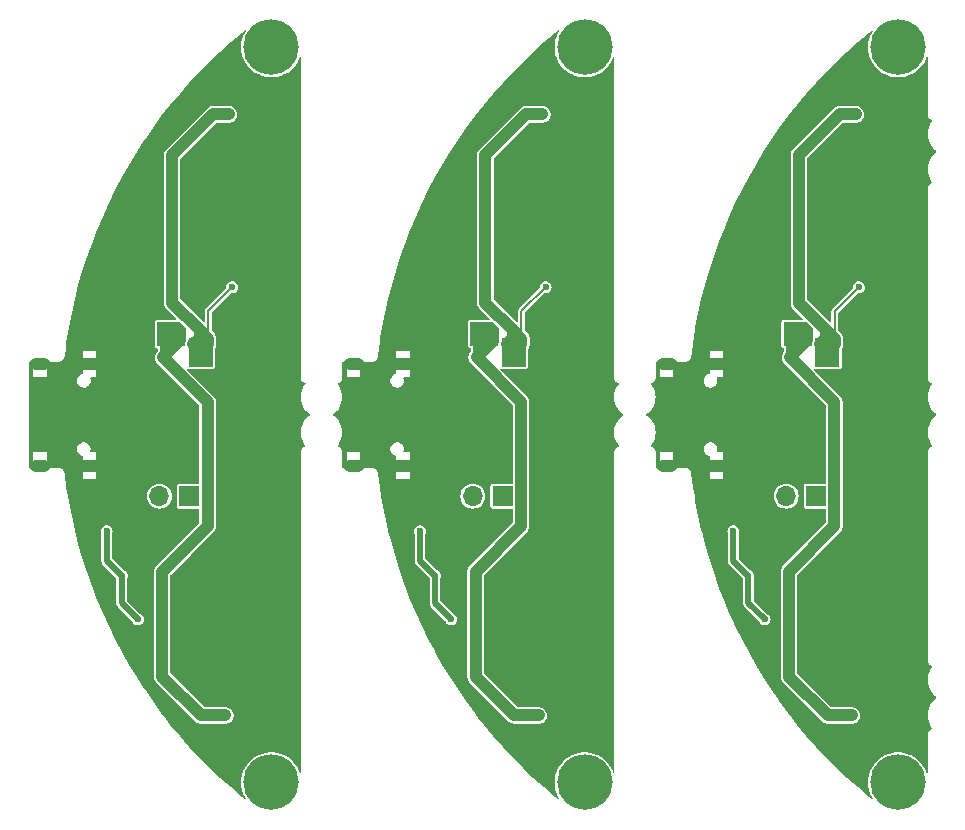
<source format=gbr>
%TF.GenerationSoftware,KiCad,Pcbnew,8.0.5*%
%TF.CreationDate,2025-01-30T01:50:55+01:00*%
%TF.ProjectId,LAMP_OUTDOOR_BATTERY_PANEL,4c414d50-5f4f-4555-9444-4f4f525f4241,rev?*%
%TF.SameCoordinates,Original*%
%TF.FileFunction,Copper,L2,Bot*%
%TF.FilePolarity,Positive*%
%FSLAX46Y46*%
G04 Gerber Fmt 4.6, Leading zero omitted, Abs format (unit mm)*
G04 Created by KiCad (PCBNEW 8.0.5) date 2025-01-30 01:50:55*
%MOMM*%
%LPD*%
G01*
G04 APERTURE LIST*
%TA.AperFunction,ComponentPad*%
%ADD10O,1.800000X1.000000*%
%TD*%
%TA.AperFunction,ComponentPad*%
%ADD11O,2.100000X1.000000*%
%TD*%
%TA.AperFunction,ConnectorPad*%
%ADD12C,4.700000*%
%TD*%
%TA.AperFunction,ComponentPad*%
%ADD13C,3.100000*%
%TD*%
%TA.AperFunction,ComponentPad*%
%ADD14O,1.700000X1.700000*%
%TD*%
%TA.AperFunction,ComponentPad*%
%ADD15R,1.700000X1.700000*%
%TD*%
%TA.AperFunction,ViaPad*%
%ADD16C,0.600000*%
%TD*%
%TA.AperFunction,Conductor*%
%ADD17C,0.500000*%
%TD*%
%TA.AperFunction,Conductor*%
%ADD18C,1.000000*%
%TD*%
%TA.AperFunction,Conductor*%
%ADD19C,0.200000*%
%TD*%
G04 APERTURE END LIST*
D10*
%TO.P,J1,S4*%
%TO.N,GND*%
X138205000Y-96250000D03*
%TO.P,J1,S3*%
X138205000Y-87610000D03*
D11*
%TO.P,J1,S2*%
X142385000Y-96250000D03*
%TO.P,J1,S1*%
X142385000Y-87610000D03*
%TD*%
D12*
%TO.P,REF\u002A\u002A,1*%
%TO.N,N/C*%
X157764700Y-123050400D03*
D13*
X157764700Y-123050400D03*
%TD*%
D12*
%TO.P,REF\u002A\u002A,1*%
%TO.N,N/C*%
X157764700Y-60789600D03*
D13*
X157764700Y-60789600D03*
%TD*%
D12*
%TO.P,,1*%
%TO.N,N/C*%
X157764700Y-123050400D03*
%TD*%
D14*
%TO.P,SW1,2,B*%
%TO.N,/IN*%
X148290000Y-98810000D03*
D15*
%TO.P,SW1,1,A*%
%TO.N,+BATT*%
X150830000Y-98810000D03*
%TD*%
D12*
%TO.P,REF\u002A\u002A,1*%
%TO.N,N/C*%
X184294400Y-123050400D03*
D13*
X184294400Y-123050400D03*
%TD*%
D12*
%TO.P,,1*%
%TO.N,N/C*%
X184294400Y-123050400D03*
%TD*%
%TO.P,REF\u002A\u002A,1*%
%TO.N,N/C*%
X184294400Y-60789600D03*
D13*
X184294400Y-60789600D03*
%TD*%
D14*
%TO.P,SW1,2,B*%
%TO.N,/IN*%
X174819700Y-98810000D03*
D15*
%TO.P,SW1,1,A*%
%TO.N,+BATT*%
X177359700Y-98810000D03*
%TD*%
D10*
%TO.P,J1,S4*%
%TO.N,GND*%
X164734700Y-96250000D03*
%TO.P,J1,S3*%
X164734700Y-87610000D03*
D11*
%TO.P,J1,S2*%
X168914700Y-96250000D03*
%TO.P,J1,S1*%
X168914700Y-87610000D03*
%TD*%
D12*
%TO.P,REF\u002A\u002A,1*%
%TO.N,N/C*%
X210824400Y-123050400D03*
D13*
X210824400Y-123050400D03*
%TD*%
D12*
%TO.P,,1*%
%TO.N,N/C*%
X210824400Y-123050400D03*
%TD*%
%TO.P,REF\u002A\u002A,1*%
%TO.N,N/C*%
X210824400Y-60789600D03*
D13*
X210824400Y-60789600D03*
%TD*%
D14*
%TO.P,SW1,2,B*%
%TO.N,/IN*%
X201349700Y-98810000D03*
D15*
%TO.P,SW1,1,A*%
%TO.N,+BATT*%
X203889700Y-98810000D03*
%TD*%
D10*
%TO.P,J1,S4*%
%TO.N,GND*%
X191264700Y-96250000D03*
%TO.P,J1,S3*%
X191264700Y-87610000D03*
D11*
%TO.P,J1,S2*%
X195444700Y-96250000D03*
%TO.P,J1,S1*%
X195444700Y-87610000D03*
%TD*%
D16*
%TO.N,+5V*%
X146460000Y-109250000D03*
X145100000Y-105550000D03*
X143820000Y-101790000D03*
%TO.N,GND*%
X150190000Y-107410000D03*
X151820000Y-69850000D03*
X155690000Y-88110000D03*
X151820000Y-76460718D03*
X150790000Y-101180000D03*
X155690000Y-91520718D03*
X147230000Y-69820000D03*
X159060000Y-91520000D03*
X159090000Y-97739282D03*
X151820000Y-73260718D03*
X155300000Y-76390718D03*
X158720000Y-69750000D03*
X155300000Y-73190718D03*
X148190000Y-96800000D03*
X143570000Y-99660000D03*
X140270000Y-91460000D03*
X154200000Y-115680000D03*
X152750000Y-119020000D03*
X147230000Y-76430718D03*
X141120000Y-98230000D03*
X159060000Y-94930718D03*
X159060000Y-88320000D03*
X155720000Y-97740000D03*
X155690000Y-94720718D03*
X159450000Y-105380000D03*
X152549282Y-115680000D03*
X147230000Y-73230718D03*
X147900000Y-93320000D03*
X144990000Y-94710000D03*
X155720000Y-100940000D03*
X140270000Y-88480000D03*
X140910000Y-85690000D03*
X158720000Y-76360718D03*
X159140000Y-100910000D03*
X158720000Y-72950000D03*
X150480000Y-96850000D03*
X155510000Y-107300000D03*
X151099282Y-119020000D03*
X155300000Y-69780000D03*
X159470000Y-107340000D03*
X140270000Y-94280000D03*
X144690000Y-87640000D03*
%TO.N,+BATT*%
X151160000Y-85960000D03*
X151160000Y-87360000D03*
X152410000Y-87360000D03*
X153110000Y-66490000D03*
X154450000Y-81130000D03*
X152410000Y-85960000D03*
X154180000Y-66490000D03*
X152220000Y-67080000D03*
%TO.N,/Battery-*%
X153870000Y-117380000D03*
X149980000Y-84450000D03*
X149980000Y-85700000D03*
X152480000Y-117380000D03*
X148580000Y-84450000D03*
X148580000Y-85700000D03*
%TO.N,+5V*%
X172989700Y-109250000D03*
X171629700Y-105550000D03*
X170349700Y-101790000D03*
%TO.N,GND*%
X176719700Y-107410000D03*
X178349700Y-69850000D03*
X182219700Y-88110000D03*
X178349700Y-76460718D03*
X177319700Y-101180000D03*
X182219700Y-91520718D03*
X173759700Y-69820000D03*
X185589700Y-91520000D03*
X185619700Y-97739282D03*
%TO.N,+BATT*%
X178939700Y-85960000D03*
%TO.N,GND*%
X178349700Y-73260718D03*
X170099700Y-99660000D03*
%TO.N,/Battery-*%
X176509700Y-84450000D03*
%TO.N,GND*%
X185249700Y-69750000D03*
X167439700Y-85690000D03*
X171219700Y-87640000D03*
%TO.N,+BATT*%
X178939700Y-87360000D03*
%TO.N,GND*%
X166799700Y-91460000D03*
X182249700Y-97740000D03*
X171519700Y-94710000D03*
X174719700Y-96800000D03*
X180729700Y-115680000D03*
X179279700Y-119020000D03*
X185589700Y-88320000D03*
X179078982Y-115680000D03*
X181829700Y-73190718D03*
X181829700Y-76390718D03*
X182219700Y-94720718D03*
X185669700Y-100910000D03*
X166799700Y-88480000D03*
X181829700Y-69780000D03*
X185249700Y-76360718D03*
X182039700Y-107300000D03*
X182249700Y-100940000D03*
X177628982Y-119020000D03*
X166799700Y-94280000D03*
X173759700Y-76430718D03*
X173759700Y-73230718D03*
X177009700Y-96850000D03*
X185999700Y-107340000D03*
X167649700Y-98230000D03*
X185979700Y-105380000D03*
X185589700Y-94930718D03*
X174429700Y-93320000D03*
X185249700Y-72950000D03*
%TO.N,+BATT*%
X177689700Y-85960000D03*
X177689700Y-87360000D03*
X179639700Y-66490000D03*
X180979700Y-81130000D03*
X180709700Y-66490000D03*
X178749700Y-67080000D03*
%TO.N,/Battery-*%
X180399700Y-117380000D03*
X176509700Y-85700000D03*
X175109700Y-84450000D03*
X175109700Y-85700000D03*
X179009700Y-117380000D03*
%TO.N,+5V*%
X199519700Y-109250000D03*
X198159700Y-105550000D03*
X196879700Y-101790000D03*
%TO.N,GND*%
X203249700Y-107410000D03*
X204879700Y-69850000D03*
X208749700Y-88110000D03*
X204879700Y-76460718D03*
X203849700Y-101180000D03*
X208749700Y-91520718D03*
X200289700Y-69820000D03*
X212119700Y-91520000D03*
X212149700Y-97739282D03*
%TO.N,+BATT*%
X205469700Y-85960000D03*
%TO.N,GND*%
X204879700Y-73260718D03*
X196629700Y-99660000D03*
%TO.N,/Battery-*%
X203039700Y-84450000D03*
%TO.N,GND*%
X211779700Y-69750000D03*
X193969700Y-85690000D03*
X197749700Y-87640000D03*
%TO.N,+BATT*%
X205469700Y-87360000D03*
%TO.N,GND*%
X193329700Y-91460000D03*
X208779700Y-97740000D03*
X198049700Y-94710000D03*
X201249700Y-96800000D03*
X207259700Y-115680000D03*
X205809700Y-119020000D03*
X212119700Y-88320000D03*
X205608982Y-115680000D03*
X208359700Y-73190718D03*
X208359700Y-76390718D03*
X208749700Y-94720718D03*
X212199700Y-100910000D03*
X193329700Y-88480000D03*
X208359700Y-69780000D03*
X211779700Y-76360718D03*
X208569700Y-107300000D03*
X208779700Y-100940000D03*
X204158982Y-119020000D03*
X193329700Y-94280000D03*
X200289700Y-76430718D03*
X200289700Y-73230718D03*
X203539700Y-96850000D03*
X212529700Y-107340000D03*
X194179700Y-98230000D03*
X212509700Y-105380000D03*
X212119700Y-94930718D03*
X200959700Y-93320000D03*
X211779700Y-72950000D03*
%TO.N,+BATT*%
X204219700Y-85960000D03*
X204219700Y-87360000D03*
X206169700Y-66490000D03*
X207509700Y-81130000D03*
X207239700Y-66490000D03*
X205279700Y-67080000D03*
%TO.N,/Battery-*%
X206929700Y-117380000D03*
X203039700Y-85700000D03*
X201639700Y-84450000D03*
X201639700Y-85700000D03*
X205539700Y-117380000D03*
%TD*%
D17*
%TO.N,+5V*%
X145100000Y-105550000D02*
X145100000Y-107890000D01*
X143820000Y-104270000D02*
X145100000Y-105550000D01*
X145100000Y-107890000D02*
X146460000Y-109250000D01*
X143820000Y-101790000D02*
X143820000Y-104270000D01*
D18*
%TO.N,+BATT*%
X151697107Y-84752893D02*
X149360000Y-82415786D01*
X151697107Y-84752893D02*
X151697107Y-85422893D01*
X152410000Y-85960000D02*
X152410000Y-85465786D01*
X152810000Y-66490000D02*
X152220000Y-67080000D01*
X149360000Y-82415786D02*
X149360000Y-69940000D01*
D19*
X154450000Y-81130000D02*
X152410000Y-83170000D01*
D18*
X151697107Y-85422893D02*
X151160000Y-85960000D01*
D19*
X152410000Y-83170000D02*
X152410000Y-85960000D01*
D18*
X154180000Y-66490000D02*
X153110000Y-66490000D01*
X153110000Y-66490000D02*
X152810000Y-66490000D01*
X152410000Y-85465786D02*
X151697107Y-84752893D01*
X149360000Y-69940000D02*
X152220000Y-67080000D01*
%TO.N,/Battery-*%
X148825000Y-86855000D02*
X148825000Y-85945000D01*
X148825000Y-85945000D02*
X148580000Y-85700000D01*
X152480000Y-117380000D02*
X151820000Y-117380000D01*
X152380000Y-101340000D02*
X152380000Y-90840000D01*
X152380000Y-90840000D02*
X148610000Y-87070000D01*
X148610000Y-87070000D02*
X149980000Y-85700000D01*
X148520000Y-105200000D02*
X152380000Y-101340000D01*
X148520000Y-114080000D02*
X148520000Y-105200000D01*
X153870000Y-117380000D02*
X152480000Y-117380000D01*
X151820000Y-117380000D02*
X148520000Y-114080000D01*
X148610000Y-87070000D02*
X148825000Y-86855000D01*
%TO.N,+BATT*%
X178226807Y-85422893D02*
X177689700Y-85960000D01*
X180709700Y-66490000D02*
X179639700Y-66490000D01*
X178939700Y-85465786D02*
X178226807Y-84752893D01*
X175889700Y-69940000D02*
X178749700Y-67080000D01*
X178939700Y-85960000D02*
X178939700Y-85465786D01*
X178226807Y-84752893D02*
X178226807Y-85422893D01*
X179639700Y-66490000D02*
X179339700Y-66490000D01*
D19*
X180979700Y-81130000D02*
X178939700Y-83170000D01*
X178939700Y-83170000D02*
X178939700Y-85960000D01*
D18*
X178226807Y-84752893D02*
X175889700Y-82415786D01*
D17*
%TO.N,+5V*%
X170349700Y-104270000D02*
X171629700Y-105550000D01*
X171629700Y-105550000D02*
X171629700Y-107890000D01*
X170349700Y-101790000D02*
X170349700Y-104270000D01*
D18*
%TO.N,+BATT*%
X179339700Y-66490000D02*
X178749700Y-67080000D01*
X175889700Y-82415786D02*
X175889700Y-69940000D01*
D17*
%TO.N,+5V*%
X171629700Y-107890000D02*
X172989700Y-109250000D01*
D18*
%TO.N,/Battery-*%
X180399700Y-117380000D02*
X179009700Y-117380000D01*
X178909700Y-90840000D02*
X175139700Y-87070000D01*
X175049700Y-105200000D02*
X178909700Y-101340000D01*
X175139700Y-87070000D02*
X175354700Y-86855000D01*
X175049700Y-114080000D02*
X175049700Y-105200000D01*
X178909700Y-101340000D02*
X178909700Y-90840000D01*
X178349700Y-117380000D02*
X175049700Y-114080000D01*
X175354700Y-85945000D02*
X175109700Y-85700000D01*
X175354700Y-86855000D02*
X175354700Y-85945000D01*
X175139700Y-87070000D02*
X176509700Y-85700000D01*
X179009700Y-117380000D02*
X178349700Y-117380000D01*
%TO.N,+BATT*%
X204756807Y-85422893D02*
X204219700Y-85960000D01*
X207239700Y-66490000D02*
X206169700Y-66490000D01*
X205469700Y-85465786D02*
X204756807Y-84752893D01*
X202419700Y-69940000D02*
X205279700Y-67080000D01*
X205469700Y-85960000D02*
X205469700Y-85465786D01*
X204756807Y-84752893D02*
X204756807Y-85422893D01*
X206169700Y-66490000D02*
X205869700Y-66490000D01*
D19*
X207509700Y-81130000D02*
X205469700Y-83170000D01*
X205469700Y-83170000D02*
X205469700Y-85960000D01*
D18*
X204756807Y-84752893D02*
X202419700Y-82415786D01*
D17*
%TO.N,+5V*%
X196879700Y-104270000D02*
X198159700Y-105550000D01*
X198159700Y-105550000D02*
X198159700Y-107890000D01*
X196879700Y-101790000D02*
X196879700Y-104270000D01*
D18*
%TO.N,+BATT*%
X205869700Y-66490000D02*
X205279700Y-67080000D01*
X202419700Y-82415786D02*
X202419700Y-69940000D01*
D17*
%TO.N,+5V*%
X198159700Y-107890000D02*
X199519700Y-109250000D01*
D18*
%TO.N,/Battery-*%
X206929700Y-117380000D02*
X205539700Y-117380000D01*
X205439700Y-90840000D02*
X201669700Y-87070000D01*
X201579700Y-105200000D02*
X205439700Y-101340000D01*
X201669700Y-87070000D02*
X201884700Y-86855000D01*
X201579700Y-114080000D02*
X201579700Y-105200000D01*
X205439700Y-101340000D02*
X205439700Y-90840000D01*
X204879700Y-117380000D02*
X201579700Y-114080000D01*
X201884700Y-85945000D02*
X201639700Y-85700000D01*
X201884700Y-86855000D02*
X201884700Y-85945000D01*
X201669700Y-87070000D02*
X203039700Y-85700000D01*
X205539700Y-117380000D02*
X204879700Y-117380000D01*
%TD*%
%TA.AperFunction,Conductor*%
%TO.N,/Battery-*%
G36*
X150027910Y-84074352D02*
G01*
X150525648Y-84572090D01*
X150540000Y-84606738D01*
X150540000Y-85616571D01*
X150536270Y-85635322D01*
X150486420Y-85755670D01*
X150486418Y-85755679D01*
X150459500Y-85891002D01*
X150459500Y-86031000D01*
X150445148Y-86065648D01*
X150410500Y-86080000D01*
X148129000Y-86080000D01*
X148094352Y-86065648D01*
X148080000Y-86031000D01*
X148080000Y-84109000D01*
X148094352Y-84074352D01*
X148129000Y-84060000D01*
X149993262Y-84060000D01*
X150027910Y-84074352D01*
G37*
%TD.AperFunction*%
%TD*%
%TA.AperFunction,Conductor*%
%TO.N,+BATT*%
G36*
X152775648Y-85414352D02*
G01*
X152790000Y-85449000D01*
X152790000Y-87811000D01*
X152775648Y-87845648D01*
X152741000Y-87860000D01*
X150819000Y-87860000D01*
X150784352Y-87845648D01*
X150770000Y-87811000D01*
X150770000Y-85449000D01*
X150784352Y-85414352D01*
X150819000Y-85400000D01*
X152741000Y-85400000D01*
X152775648Y-85414352D01*
G37*
%TD.AperFunction*%
%TD*%
%TA.AperFunction,Conductor*%
%TO.N,GND*%
G36*
X155598726Y-59381202D02*
G01*
X155609050Y-59417256D01*
X155601739Y-59437946D01*
X155525261Y-59558457D01*
X155388615Y-59848843D01*
X155289442Y-60154065D01*
X155229307Y-60469308D01*
X155209157Y-60789595D01*
X155209157Y-60789604D01*
X155229307Y-61109891D01*
X155289442Y-61425134D01*
X155388615Y-61730356D01*
X155525261Y-62020742D01*
X155697219Y-62291706D01*
X155901783Y-62538983D01*
X155901790Y-62538991D01*
X156135731Y-62758676D01*
X156135734Y-62758678D01*
X156135736Y-62758680D01*
X156395372Y-62947316D01*
X156676603Y-63101924D01*
X156974994Y-63220066D01*
X157285839Y-63299877D01*
X157604236Y-63340100D01*
X157604237Y-63340100D01*
X157925163Y-63340100D01*
X157925164Y-63340100D01*
X158243561Y-63299877D01*
X158554406Y-63220066D01*
X158852797Y-63101924D01*
X159134028Y-62947316D01*
X159393664Y-62758680D01*
X159627611Y-62538990D01*
X159832178Y-62291710D01*
X160004139Y-62020742D01*
X160140784Y-61730358D01*
X160168597Y-61644756D01*
X160192953Y-61616240D01*
X160230341Y-61613297D01*
X160258858Y-61637653D01*
X160264199Y-61659899D01*
X160264199Y-88815895D01*
X160298306Y-88943184D01*
X160298307Y-88943188D01*
X160364199Y-89057314D01*
X160457385Y-89150500D01*
X160499156Y-89174617D01*
X160571510Y-89216391D01*
X160571513Y-89216392D01*
X160627826Y-89231481D01*
X160657579Y-89254311D01*
X160662474Y-89291493D01*
X160653454Y-89309362D01*
X160564312Y-89421143D01*
X160564309Y-89421147D01*
X160433132Y-89648353D01*
X160337279Y-89892582D01*
X160278897Y-90148366D01*
X160278896Y-90148375D01*
X160259291Y-90410000D01*
X160278896Y-90671624D01*
X160278897Y-90671633D01*
X160337279Y-90927417D01*
X160433132Y-91171646D01*
X160564309Y-91398852D01*
X160564312Y-91398856D01*
X160727894Y-91603981D01*
X160920218Y-91782431D01*
X160920226Y-91782438D01*
X160960948Y-91810201D01*
X160978602Y-91822237D01*
X160999146Y-91853613D01*
X161000000Y-91862723D01*
X161000000Y-91967276D01*
X160985648Y-92001924D01*
X160978603Y-92007762D01*
X160920220Y-92047566D01*
X160920218Y-92047568D01*
X160727894Y-92226018D01*
X160564312Y-92431143D01*
X160564309Y-92431147D01*
X160433132Y-92658353D01*
X160337279Y-92902582D01*
X160278897Y-93158366D01*
X160278896Y-93158375D01*
X160259291Y-93420000D01*
X160278896Y-93681624D01*
X160278897Y-93681633D01*
X160337279Y-93937417D01*
X160433132Y-94181646D01*
X160564309Y-94408852D01*
X160564312Y-94408856D01*
X160660046Y-94528903D01*
X160670428Y-94564940D01*
X160652287Y-94597764D01*
X160634427Y-94606782D01*
X160632554Y-94607284D01*
X160630715Y-94607777D01*
X160577869Y-94621937D01*
X160571300Y-94622801D01*
X160566046Y-94626834D01*
X160457508Y-94689499D01*
X160457507Y-94689500D01*
X160410915Y-94736091D01*
X160387618Y-94759388D01*
X160364321Y-94782684D01*
X160358695Y-94792431D01*
X160358694Y-94792433D01*
X160298429Y-94896811D01*
X160298427Y-94896816D01*
X160286796Y-94940228D01*
X160286796Y-94940229D01*
X160264320Y-95024104D01*
X160264202Y-122180111D01*
X160249850Y-122214759D01*
X160215202Y-122229111D01*
X160180554Y-122214759D01*
X160168601Y-122195255D01*
X160140784Y-122109642D01*
X160004139Y-121819258D01*
X159832178Y-121548290D01*
X159627611Y-121301010D01*
X159627609Y-121301008D01*
X159393668Y-121081323D01*
X159393660Y-121081317D01*
X159134035Y-120892689D01*
X159134029Y-120892685D01*
X159134030Y-120892685D01*
X159134028Y-120892684D01*
X158852797Y-120738076D01*
X158749984Y-120697369D01*
X158554407Y-120619934D01*
X158243560Y-120540122D01*
X157925166Y-120499900D01*
X157925164Y-120499900D01*
X157604236Y-120499900D01*
X157604233Y-120499900D01*
X157285839Y-120540122D01*
X156974992Y-120619934D01*
X156676600Y-120738077D01*
X156395370Y-120892685D01*
X156395364Y-120892689D01*
X156135739Y-121081317D01*
X156135731Y-121081323D01*
X155901790Y-121301008D01*
X155901783Y-121301016D01*
X155697219Y-121548293D01*
X155525261Y-121819257D01*
X155388615Y-122109643D01*
X155289442Y-122414865D01*
X155229307Y-122730108D01*
X155209157Y-123050395D01*
X155209157Y-123050404D01*
X155229307Y-123370691D01*
X155289442Y-123685934D01*
X155388615Y-123991156D01*
X155525261Y-124281542D01*
X155601727Y-124402034D01*
X155608175Y-124438978D01*
X155586610Y-124469661D01*
X155549666Y-124476109D01*
X155529866Y-124466648D01*
X155274723Y-124263854D01*
X155273606Y-124262939D01*
X154333417Y-123469353D01*
X154332328Y-123468406D01*
X153415925Y-122647468D01*
X153414864Y-122646489D01*
X152523044Y-121798913D01*
X152522012Y-121797903D01*
X151655547Y-120924423D01*
X151654546Y-120923384D01*
X150814189Y-120024760D01*
X150813218Y-120023691D01*
X149999680Y-119100678D01*
X149998742Y-119099581D01*
X149212778Y-118153041D01*
X149211872Y-118151917D01*
X148867815Y-117711807D01*
X148454083Y-117182571D01*
X148453246Y-117181465D01*
X147724372Y-116190258D01*
X147723538Y-116189089D01*
X147024174Y-115176831D01*
X147023371Y-115175631D01*
X146602616Y-114526543D01*
X146354115Y-114143187D01*
X146353391Y-114142032D01*
X145714846Y-113090333D01*
X145714116Y-113089089D01*
X145106845Y-112019061D01*
X145106174Y-112017839D01*
X144530640Y-110930293D01*
X144530049Y-110929136D01*
X143986779Y-109825063D01*
X143986211Y-109823864D01*
X143475725Y-108704316D01*
X143475178Y-108703069D01*
X142997914Y-107569017D01*
X142997402Y-107567750D01*
X142553724Y-106420057D01*
X142553261Y-106418802D01*
X142143605Y-105258594D01*
X142143175Y-105257319D01*
X141767875Y-104085546D01*
X141767456Y-104084168D01*
X141426855Y-102901907D01*
X141426476Y-102900514D01*
X141197688Y-102008361D01*
X141141689Y-101789997D01*
X143314353Y-101789997D01*
X143314353Y-101790001D01*
X143334835Y-101932457D01*
X143334835Y-101932458D01*
X143365072Y-101998665D01*
X143369500Y-102019021D01*
X143369500Y-104329310D01*
X143393713Y-104419672D01*
X143393713Y-104419673D01*
X143400200Y-104443886D01*
X143400201Y-104443888D01*
X143459511Y-104546614D01*
X144616551Y-105703654D01*
X144626474Y-105717946D01*
X144645071Y-105758665D01*
X144649500Y-105779021D01*
X144649500Y-107949310D01*
X144673713Y-108039672D01*
X144673713Y-108039673D01*
X144680200Y-108063886D01*
X144680201Y-108063888D01*
X144739511Y-108166614D01*
X145976551Y-109403654D01*
X145986475Y-109417946D01*
X146034623Y-109523373D01*
X146034624Y-109523374D01*
X146034625Y-109523376D01*
X146128871Y-109632142D01*
X146128872Y-109632143D01*
X146249947Y-109709953D01*
X146326785Y-109732514D01*
X146388034Y-109750499D01*
X146388037Y-109750499D01*
X146388039Y-109750500D01*
X146388040Y-109750500D01*
X146531960Y-109750500D01*
X146531961Y-109750500D01*
X146531963Y-109750499D01*
X146531965Y-109750499D01*
X146554795Y-109743795D01*
X146670053Y-109709953D01*
X146791128Y-109632143D01*
X146885377Y-109523373D01*
X146945165Y-109392457D01*
X146945165Y-109392455D01*
X146945166Y-109392454D01*
X146965647Y-109250002D01*
X146965647Y-109249997D01*
X146945166Y-109107545D01*
X146940751Y-109097879D01*
X146885377Y-108976627D01*
X146791128Y-108867857D01*
X146670053Y-108790047D01*
X146670050Y-108790046D01*
X146635472Y-108779893D01*
X146614629Y-108767526D01*
X145564852Y-107717749D01*
X145550500Y-107683101D01*
X145550500Y-105779021D01*
X145554928Y-105758665D01*
X145573524Y-105717946D01*
X145585165Y-105692457D01*
X145605647Y-105550000D01*
X145597043Y-105490156D01*
X145585166Y-105407545D01*
X145580751Y-105397879D01*
X145525377Y-105276627D01*
X145509792Y-105258641D01*
X145431128Y-105167857D01*
X145373782Y-105131003D01*
X147819500Y-105131003D01*
X147819500Y-114148997D01*
X147846418Y-114284320D01*
X147846420Y-114284328D01*
X147899225Y-114411811D01*
X147975886Y-114526543D01*
X151373457Y-117924114D01*
X151488189Y-118000775D01*
X151615672Y-118053580D01*
X151751006Y-118080500D01*
X153938993Y-118080500D01*
X154074328Y-118053580D01*
X154201811Y-118000775D01*
X154316542Y-117924114D01*
X154414114Y-117826542D01*
X154490775Y-117711811D01*
X154543580Y-117584328D01*
X154570500Y-117448993D01*
X154570500Y-117311007D01*
X154543580Y-117175672D01*
X154490775Y-117048189D01*
X154444613Y-116979102D01*
X154414116Y-116933460D01*
X154316539Y-116835883D01*
X154248074Y-116790137D01*
X154201811Y-116759225D01*
X154201808Y-116759223D01*
X154201807Y-116759223D01*
X154074329Y-116706420D01*
X154074318Y-116706417D01*
X153938998Y-116679500D01*
X153938993Y-116679500D01*
X152548993Y-116679500D01*
X152130453Y-116679500D01*
X152095805Y-116665148D01*
X149234852Y-113804195D01*
X149220500Y-113769547D01*
X149220500Y-105510452D01*
X149234852Y-105475804D01*
X150937959Y-103772697D01*
X152924113Y-101786543D01*
X152961433Y-101730691D01*
X153000775Y-101671811D01*
X153053580Y-101544328D01*
X153080500Y-101408993D01*
X153080500Y-90771007D01*
X153060733Y-90671630D01*
X153053582Y-90635681D01*
X153053579Y-90635670D01*
X153000776Y-90508192D01*
X153000775Y-90508189D01*
X152924114Y-90393457D01*
X150636049Y-88105392D01*
X150621697Y-88070744D01*
X150636049Y-88036096D01*
X150670697Y-88021744D01*
X150699052Y-88030781D01*
X150705709Y-88035505D01*
X150740357Y-88049857D01*
X150819000Y-88065500D01*
X150819003Y-88065500D01*
X152740997Y-88065500D01*
X152741000Y-88065500D01*
X152819643Y-88049857D01*
X152854291Y-88035505D01*
X152912581Y-87998879D01*
X152912581Y-87998877D01*
X152912583Y-87998877D01*
X152939043Y-87961585D01*
X152965505Y-87924291D01*
X152979857Y-87889643D01*
X152995500Y-87811000D01*
X152995500Y-86359467D01*
X153003758Y-86332244D01*
X153013758Y-86317278D01*
X153030775Y-86291811D01*
X153083580Y-86164328D01*
X153110500Y-86028993D01*
X153110500Y-85396793D01*
X153105558Y-85371950D01*
X153083580Y-85261458D01*
X153030775Y-85133975D01*
X152954114Y-85019243D01*
X152724852Y-84789981D01*
X152710500Y-84755333D01*
X152710500Y-83314766D01*
X152724851Y-83280119D01*
X154360118Y-81644851D01*
X154394766Y-81630500D01*
X154521960Y-81630500D01*
X154521961Y-81630500D01*
X154521963Y-81630499D01*
X154521965Y-81630499D01*
X154544795Y-81623795D01*
X154660053Y-81589953D01*
X154781128Y-81512143D01*
X154875377Y-81403373D01*
X154935165Y-81272457D01*
X154935165Y-81272455D01*
X154935166Y-81272454D01*
X154955647Y-81130002D01*
X154955647Y-81129997D01*
X154935166Y-80987545D01*
X154913216Y-80939483D01*
X154875377Y-80856627D01*
X154781128Y-80747857D01*
X154660053Y-80670047D01*
X154660050Y-80670046D01*
X154521965Y-80629500D01*
X154521961Y-80629500D01*
X154378039Y-80629500D01*
X154378034Y-80629500D01*
X154239949Y-80670046D01*
X154118871Y-80747857D01*
X154024625Y-80856623D01*
X154024624Y-80856625D01*
X153964833Y-80987545D01*
X153944353Y-81129997D01*
X153944353Y-81130001D01*
X153951003Y-81176256D01*
X153941728Y-81212594D01*
X153937150Y-81217877D01*
X152225489Y-82929540D01*
X152169541Y-82985488D01*
X152169540Y-82985488D01*
X152129979Y-83054008D01*
X152129979Y-83054010D01*
X152109500Y-83130436D01*
X152109500Y-84056333D01*
X152095148Y-84090981D01*
X152060500Y-84105333D01*
X152025852Y-84090981D01*
X150074852Y-82139981D01*
X150060500Y-82105333D01*
X150060500Y-70250453D01*
X150074852Y-70215805D01*
X153085805Y-67204852D01*
X153120453Y-67190500D01*
X154248993Y-67190500D01*
X154384328Y-67163580D01*
X154511811Y-67110775D01*
X154626542Y-67034114D01*
X154724114Y-66936542D01*
X154800775Y-66821811D01*
X154853580Y-66694328D01*
X154880500Y-66558993D01*
X154880500Y-66421007D01*
X154853580Y-66285672D01*
X154800775Y-66158189D01*
X154754613Y-66089102D01*
X154724116Y-66043460D01*
X154626539Y-65945883D01*
X154558074Y-65900137D01*
X154511811Y-65869225D01*
X154511808Y-65869223D01*
X154511807Y-65869223D01*
X154384329Y-65816420D01*
X154384318Y-65816417D01*
X154248998Y-65789500D01*
X154248993Y-65789500D01*
X153178993Y-65789500D01*
X152878994Y-65789500D01*
X152741006Y-65789500D01*
X152741002Y-65789500D01*
X152605679Y-65816418D01*
X152605670Y-65816420D01*
X152478192Y-65869223D01*
X152363457Y-65945885D01*
X148815885Y-69493457D01*
X148739223Y-69608192D01*
X148686420Y-69735670D01*
X148686417Y-69735681D01*
X148659500Y-69871001D01*
X148659500Y-82484783D01*
X148686418Y-82620106D01*
X148686420Y-82620114D01*
X148739225Y-82747597D01*
X148790561Y-82824427D01*
X148815885Y-82862328D01*
X149724409Y-83770852D01*
X149738761Y-83805500D01*
X149724409Y-83840148D01*
X149689761Y-83854500D01*
X148129000Y-83854500D01*
X148089859Y-83862285D01*
X148050359Y-83870142D01*
X148050349Y-83870145D01*
X148015716Y-83884491D01*
X148015710Y-83884494D01*
X148015709Y-83884495D01*
X147997618Y-83895861D01*
X147957416Y-83921122D01*
X147904496Y-83995706D01*
X147890144Y-84030353D01*
X147890142Y-84030359D01*
X147884976Y-84056333D01*
X147874500Y-84109000D01*
X147874500Y-86031000D01*
X147884880Y-86083187D01*
X147890142Y-86109640D01*
X147890145Y-86109650D01*
X147904491Y-86144283D01*
X147904490Y-86144283D01*
X147941122Y-86202583D01*
X148015430Y-86255307D01*
X148015709Y-86255505D01*
X148050357Y-86269857D01*
X148085059Y-86276759D01*
X148116242Y-86297595D01*
X148124500Y-86324818D01*
X148124500Y-86544547D01*
X148110148Y-86579195D01*
X148065885Y-86623457D01*
X147989223Y-86738192D01*
X147936420Y-86865670D01*
X147936418Y-86865679D01*
X147909500Y-87001002D01*
X147909500Y-87138997D01*
X147936418Y-87274320D01*
X147936420Y-87274329D01*
X147986624Y-87395532D01*
X147989225Y-87401811D01*
X148034453Y-87469500D01*
X148065885Y-87516542D01*
X151665148Y-91115805D01*
X151679500Y-91150453D01*
X151679500Y-97710500D01*
X151665148Y-97745148D01*
X151630500Y-97759500D01*
X149960252Y-97759500D01*
X149901769Y-97771133D01*
X149835447Y-97815447D01*
X149791133Y-97881769D01*
X149779500Y-97940252D01*
X149779500Y-99679748D01*
X149791133Y-99738231D01*
X149808882Y-99764795D01*
X149835447Y-99804552D01*
X149862012Y-99822301D01*
X149901769Y-99848867D01*
X149960252Y-99860500D01*
X151630500Y-99860500D01*
X151665148Y-99874852D01*
X151679500Y-99909500D01*
X151679500Y-101029547D01*
X151665148Y-101064195D01*
X147975885Y-104753457D01*
X147899223Y-104868192D01*
X147846420Y-104995670D01*
X147846417Y-104995681D01*
X147827647Y-105090047D01*
X147827647Y-105090048D01*
X147819500Y-105131003D01*
X145373782Y-105131003D01*
X145310053Y-105090047D01*
X145310050Y-105090046D01*
X145275472Y-105079893D01*
X145254629Y-105067526D01*
X144284852Y-104097749D01*
X144270500Y-104063101D01*
X144270500Y-102019021D01*
X144274928Y-101998665D01*
X144305165Y-101932457D01*
X144325647Y-101790000D01*
X144325647Y-101789997D01*
X144305166Y-101647545D01*
X144300751Y-101637879D01*
X144245377Y-101516627D01*
X144151128Y-101407857D01*
X144030053Y-101330047D01*
X144030050Y-101330046D01*
X143891965Y-101289500D01*
X143891961Y-101289500D01*
X143748039Y-101289500D01*
X143748034Y-101289500D01*
X143609949Y-101330046D01*
X143488871Y-101407857D01*
X143394625Y-101516623D01*
X143394624Y-101516625D01*
X143334833Y-101647545D01*
X143314353Y-101789997D01*
X141141689Y-101789997D01*
X141120844Y-101708711D01*
X141120521Y-101707370D01*
X140850128Y-100507065D01*
X140849846Y-100505725D01*
X140614920Y-99297934D01*
X140614667Y-99296516D01*
X140534832Y-98810000D01*
X147234417Y-98810000D01*
X147254700Y-99015934D01*
X147314768Y-99213954D01*
X147412315Y-99396450D01*
X147543590Y-99556410D01*
X147703550Y-99687685D01*
X147886046Y-99785232D01*
X148084066Y-99845300D01*
X148290000Y-99865583D01*
X148495934Y-99845300D01*
X148693954Y-99785232D01*
X148876450Y-99687685D01*
X149036410Y-99556410D01*
X149167685Y-99396450D01*
X149265232Y-99213954D01*
X149325300Y-99015934D01*
X149345583Y-98810000D01*
X149325300Y-98604066D01*
X149265232Y-98406046D01*
X149167685Y-98223550D01*
X149036410Y-98063590D01*
X148876450Y-97932315D01*
X148693954Y-97834768D01*
X148495934Y-97774700D01*
X148290000Y-97754417D01*
X148084065Y-97774700D01*
X148084064Y-97774700D01*
X147886043Y-97834769D01*
X147703548Y-97932316D01*
X147543590Y-98063590D01*
X147412316Y-98223548D01*
X147314769Y-98406043D01*
X147254700Y-98604064D01*
X147254700Y-98604065D01*
X147254700Y-98604066D01*
X147234417Y-98810000D01*
X140534832Y-98810000D01*
X140415444Y-98082446D01*
X140415231Y-98081018D01*
X140255690Y-96890207D01*
X140255256Y-96883700D01*
X140255256Y-96854107D01*
X140253602Y-96847938D01*
X140248410Y-96828561D01*
X140247087Y-96821686D01*
X140243962Y-96795423D01*
X140231596Y-96764487D01*
X140229770Y-96758992D01*
X140221148Y-96726814D01*
X140221147Y-96726811D01*
X140207927Y-96703914D01*
X140204862Y-96697600D01*
X140195051Y-96673053D01*
X140195050Y-96673052D01*
X140175101Y-96646373D01*
X140171909Y-96641530D01*
X140155255Y-96612685D01*
X140136561Y-96593991D01*
X140131967Y-96588687D01*
X140130046Y-96586118D01*
X140116132Y-96567510D01*
X140089950Y-96546897D01*
X140085622Y-96543052D01*
X140062070Y-96519500D01*
X140039172Y-96506280D01*
X140033360Y-96502344D01*
X140012592Y-96485992D01*
X140012588Y-96485990D01*
X139981970Y-96472858D01*
X139976788Y-96470262D01*
X139947944Y-96453608D01*
X139947940Y-96453607D01*
X139922400Y-96446763D01*
X139915770Y-96444466D01*
X139891473Y-96434046D01*
X139886874Y-96433382D01*
X139858486Y-96429285D01*
X139852823Y-96428121D01*
X139839135Y-96424453D01*
X139820650Y-96419500D01*
X139820648Y-96419500D01*
X139794208Y-96419500D01*
X139787208Y-96418997D01*
X139761041Y-96415220D01*
X139761040Y-96415220D01*
X139745147Y-96417111D01*
X139727958Y-96419157D01*
X139722168Y-96419500D01*
X138791201Y-96419500D01*
X138756553Y-96405148D01*
X138742201Y-96370500D01*
X138742201Y-95104117D01*
X137604721Y-95104117D01*
X137604721Y-96370500D01*
X137590369Y-96405148D01*
X137555721Y-96419500D01*
X137284500Y-96419500D01*
X137249852Y-96405148D01*
X137235500Y-96370500D01*
X137235500Y-94744230D01*
X141309500Y-94744230D01*
X141309500Y-94895769D01*
X141348718Y-95042133D01*
X141348719Y-95042137D01*
X141376218Y-95089765D01*
X141424485Y-95173365D01*
X141531635Y-95280515D01*
X141607396Y-95324256D01*
X141662861Y-95356279D01*
X141662865Y-95356281D01*
X141768405Y-95384559D01*
X141798156Y-95407387D01*
X141804721Y-95431888D01*
X141804721Y-97355141D01*
X142942201Y-97355141D01*
X142942201Y-95104117D01*
X142468531Y-95104117D01*
X142433883Y-95089765D01*
X142419531Y-95055117D01*
X142421201Y-95042435D01*
X142448587Y-94940228D01*
X142460499Y-94895769D01*
X142460500Y-94895769D01*
X142460500Y-94744231D01*
X142460499Y-94744230D01*
X142428178Y-94623607D01*
X142421281Y-94597865D01*
X142421280Y-94597864D01*
X142421280Y-94597862D01*
X142345514Y-94466634D01*
X142238365Y-94359485D01*
X142107137Y-94283719D01*
X142107133Y-94283718D01*
X141960769Y-94244500D01*
X141960766Y-94244500D01*
X141809234Y-94244500D01*
X141809231Y-94244500D01*
X141662866Y-94283718D01*
X141662862Y-94283719D01*
X141531634Y-94359485D01*
X141531634Y-94359486D01*
X141424486Y-94466634D01*
X141424485Y-94466634D01*
X141348719Y-94597862D01*
X141348718Y-94597866D01*
X141309500Y-94744230D01*
X137235500Y-94744230D01*
X137235500Y-88964230D01*
X141309500Y-88964230D01*
X141309500Y-89115769D01*
X141348718Y-89262133D01*
X141348719Y-89262137D01*
X141424485Y-89393365D01*
X141531635Y-89500515D01*
X141579666Y-89528246D01*
X141662862Y-89576280D01*
X141662864Y-89576280D01*
X141662865Y-89576281D01*
X141778303Y-89607212D01*
X141809230Y-89615499D01*
X141809231Y-89615500D01*
X141809234Y-89615500D01*
X141960769Y-89615500D01*
X141960769Y-89615499D01*
X142107135Y-89576281D01*
X142238365Y-89500515D01*
X142345515Y-89393365D01*
X142421281Y-89262135D01*
X142460499Y-89115769D01*
X142460500Y-89115769D01*
X142460500Y-88964231D01*
X142460499Y-88964230D01*
X142421002Y-88816823D01*
X142425897Y-88779641D01*
X142455650Y-88756811D01*
X142468332Y-88755141D01*
X142942201Y-88755141D01*
X142942201Y-86504117D01*
X141804721Y-86504117D01*
X141804721Y-88428110D01*
X141790369Y-88462758D01*
X141768403Y-88475440D01*
X141662865Y-88503718D01*
X141662862Y-88503719D01*
X141531634Y-88579485D01*
X141531634Y-88579486D01*
X141424486Y-88686634D01*
X141424485Y-88686634D01*
X141348719Y-88817862D01*
X141348718Y-88817866D01*
X141309500Y-88964230D01*
X137235500Y-88964230D01*
X137235500Y-87469500D01*
X137249852Y-87434852D01*
X137284500Y-87420500D01*
X137555721Y-87420500D01*
X137590369Y-87434852D01*
X137604721Y-87469500D01*
X137604721Y-88755141D01*
X138742201Y-88755141D01*
X138742201Y-87469500D01*
X138756553Y-87434852D01*
X138791201Y-87420500D01*
X139722169Y-87420500D01*
X139727959Y-87420843D01*
X139729304Y-87421003D01*
X139761041Y-87424780D01*
X139787209Y-87421002D01*
X139794209Y-87420500D01*
X139820647Y-87420500D01*
X139820649Y-87420500D01*
X139852829Y-87411876D01*
X139858489Y-87410713D01*
X139891473Y-87405954D01*
X139915772Y-87395531D01*
X139922397Y-87393236D01*
X139947943Y-87386392D01*
X139976793Y-87369734D01*
X139981976Y-87367139D01*
X139994597Y-87361725D01*
X140012589Y-87354010D01*
X140033363Y-87337653D01*
X140039172Y-87333720D01*
X140043738Y-87331083D01*
X140062071Y-87320500D01*
X140085633Y-87296936D01*
X140089965Y-87293091D01*
X140116133Y-87272490D01*
X140131972Y-87251305D01*
X140136547Y-87246022D01*
X140155257Y-87227314D01*
X140171915Y-87198459D01*
X140175101Y-87193626D01*
X140195051Y-87166948D01*
X140204866Y-87142388D01*
X140207923Y-87136092D01*
X140221149Y-87113186D01*
X140229775Y-87080990D01*
X140231595Y-87075516D01*
X140243963Y-87044577D01*
X140247088Y-87018312D01*
X140248411Y-87011437D01*
X140255257Y-86985892D01*
X140255257Y-86956237D01*
X140255691Y-86949730D01*
X140343964Y-86290862D01*
X140415225Y-85758970D01*
X140415437Y-85757552D01*
X140474636Y-85396793D01*
X140614663Y-84543465D01*
X140614915Y-84542060D01*
X140699148Y-84109003D01*
X140849842Y-83334258D01*
X140850118Y-83332946D01*
X141120518Y-82132611D01*
X141120833Y-82131302D01*
X141426472Y-80939469D01*
X141426848Y-80938090D01*
X141767450Y-79755829D01*
X141767870Y-79754448D01*
X142143175Y-78582657D01*
X142143591Y-78581423D01*
X142553263Y-77421171D01*
X142553710Y-77419961D01*
X142997405Y-76272224D01*
X142997898Y-76271004D01*
X143475183Y-75136901D01*
X143475708Y-75135704D01*
X143986217Y-74016105D01*
X143986761Y-74014958D01*
X144530055Y-72910835D01*
X144530633Y-72909704D01*
X145106169Y-71822155D01*
X145106815Y-71820977D01*
X145714127Y-70750876D01*
X145714822Y-70749692D01*
X146353404Y-69697932D01*
X146354090Y-69696838D01*
X147023394Y-68664319D01*
X147024139Y-68663207D01*
X147723558Y-67650868D01*
X147724342Y-67649769D01*
X148453265Y-66658496D01*
X148454052Y-66657456D01*
X149211887Y-65688051D01*
X149212750Y-65686981D01*
X149998771Y-64740371D01*
X149999640Y-64739354D01*
X150813254Y-63816257D01*
X150814141Y-63815280D01*
X151654569Y-62916580D01*
X151655513Y-62915600D01*
X152522010Y-62042087D01*
X152523039Y-62041081D01*
X152849982Y-61730358D01*
X153414897Y-61193469D01*
X153415881Y-61192561D01*
X154332359Y-60371556D01*
X154333376Y-60370672D01*
X155273639Y-59577024D01*
X155274681Y-59576171D01*
X155529879Y-59373331D01*
X155565932Y-59363008D01*
X155598726Y-59381202D01*
G37*
%TD.AperFunction*%
%TD*%
%TA.AperFunction,Conductor*%
%TO.N,GND*%
G36*
X182128426Y-59381202D02*
G01*
X182138750Y-59417256D01*
X182131439Y-59437946D01*
X182054961Y-59558457D01*
X181918315Y-59848843D01*
X181819142Y-60154065D01*
X181759007Y-60469308D01*
X181738857Y-60789595D01*
X181738857Y-60789604D01*
X181759007Y-61109891D01*
X181819142Y-61425134D01*
X181918315Y-61730356D01*
X182054961Y-62020742D01*
X182226919Y-62291706D01*
X182431483Y-62538983D01*
X182431490Y-62538991D01*
X182665431Y-62758676D01*
X182665434Y-62758678D01*
X182665436Y-62758680D01*
X182925072Y-62947316D01*
X183206303Y-63101924D01*
X183504694Y-63220066D01*
X183815539Y-63299877D01*
X184133936Y-63340100D01*
X184133937Y-63340100D01*
X184454863Y-63340100D01*
X184454864Y-63340100D01*
X184773261Y-63299877D01*
X185084106Y-63220066D01*
X185382497Y-63101924D01*
X185663728Y-62947316D01*
X185923364Y-62758680D01*
X186157311Y-62538990D01*
X186361878Y-62291710D01*
X186533839Y-62020742D01*
X186670484Y-61730358D01*
X186698471Y-61644221D01*
X186722826Y-61615706D01*
X186760214Y-61612763D01*
X186788731Y-61637119D01*
X186794072Y-61659355D01*
X186799499Y-88751080D01*
X186799499Y-88815931D01*
X186799502Y-88815955D01*
X186816731Y-88880206D01*
X186816733Y-88880215D01*
X186833608Y-88943194D01*
X186833640Y-88943270D01*
X186833646Y-88943280D01*
X186866637Y-89000396D01*
X186866639Y-89000406D01*
X186866642Y-89000405D01*
X186899497Y-89057312D01*
X186899565Y-89057400D01*
X186947422Y-89105237D01*
X186992684Y-89150499D01*
X186992687Y-89150502D01*
X186992762Y-89150560D01*
X186992764Y-89150561D01*
X186992765Y-89150562D01*
X187051920Y-89184699D01*
X187051926Y-89184706D01*
X187051927Y-89184703D01*
X187083617Y-89202999D01*
X187106814Y-89216393D01*
X187106902Y-89216429D01*
X187106903Y-89216429D01*
X187106906Y-89216431D01*
X187163115Y-89231480D01*
X187192873Y-89254305D01*
X187197775Y-89291486D01*
X187188752Y-89309364D01*
X187099608Y-89421149D01*
X186968432Y-89648353D01*
X186872579Y-89892582D01*
X186814197Y-90148366D01*
X186814196Y-90148375D01*
X186794591Y-90410000D01*
X186814196Y-90671624D01*
X186814197Y-90671633D01*
X186872579Y-90927417D01*
X186968432Y-91171646D01*
X187099609Y-91398852D01*
X187099612Y-91398856D01*
X187263194Y-91603981D01*
X187455518Y-91782431D01*
X187455526Y-91782438D01*
X187493403Y-91808261D01*
X187508302Y-91818419D01*
X187528846Y-91849795D01*
X187529700Y-91858905D01*
X187529700Y-91971094D01*
X187515348Y-92005742D01*
X187508303Y-92011580D01*
X187455520Y-92047566D01*
X187455518Y-92047568D01*
X187263194Y-92226018D01*
X187099612Y-92431143D01*
X187099609Y-92431147D01*
X186968432Y-92658353D01*
X186872579Y-92902582D01*
X186814197Y-93158366D01*
X186814196Y-93158375D01*
X186794591Y-93420000D01*
X186814196Y-93681624D01*
X186814197Y-93681633D01*
X186872579Y-93937417D01*
X186968432Y-94181646D01*
X187099609Y-94408852D01*
X187099612Y-94408856D01*
X187195346Y-94528902D01*
X187205728Y-94564939D01*
X187187587Y-94597763D01*
X187169709Y-94606786D01*
X187107018Y-94623571D01*
X187106944Y-94623602D01*
X187051480Y-94655624D01*
X187051472Y-94655629D01*
X186992863Y-94689452D01*
X186992827Y-94689479D01*
X186946292Y-94736014D01*
X186946285Y-94736020D01*
X186899672Y-94782614D01*
X186899630Y-94782669D01*
X186866486Y-94840077D01*
X186866481Y-94840085D01*
X186833750Y-94896749D01*
X186833738Y-94896778D01*
X186816893Y-94959644D01*
X186816891Y-94959652D01*
X186799623Y-95024045D01*
X186799621Y-95024064D01*
X186799621Y-95087549D01*
X186794077Y-122180658D01*
X186779718Y-122215303D01*
X186745067Y-122229648D01*
X186710422Y-122215289D01*
X186698475Y-122195790D01*
X186670484Y-122109643D01*
X186653047Y-122072587D01*
X186533839Y-121819258D01*
X186361878Y-121548290D01*
X186157311Y-121301010D01*
X186157309Y-121301008D01*
X185923368Y-121081323D01*
X185923360Y-121081317D01*
X185663735Y-120892689D01*
X185663729Y-120892685D01*
X185663730Y-120892685D01*
X185663728Y-120892684D01*
X185382497Y-120738076D01*
X185279684Y-120697369D01*
X185084107Y-120619934D01*
X184773260Y-120540122D01*
X184454866Y-120499900D01*
X184454864Y-120499900D01*
X184133936Y-120499900D01*
X184133933Y-120499900D01*
X183815539Y-120540122D01*
X183504692Y-120619934D01*
X183206300Y-120738077D01*
X182925070Y-120892685D01*
X182925064Y-120892689D01*
X182665439Y-121081317D01*
X182665431Y-121081323D01*
X182431490Y-121301008D01*
X182431483Y-121301016D01*
X182226919Y-121548293D01*
X182054961Y-121819257D01*
X181918315Y-122109643D01*
X181819142Y-122414865D01*
X181759007Y-122730108D01*
X181738857Y-123050395D01*
X181738857Y-123050404D01*
X181759007Y-123370691D01*
X181819142Y-123685934D01*
X181918315Y-123991156D01*
X182054961Y-124281542D01*
X182131426Y-124402032D01*
X182137874Y-124438976D01*
X182116309Y-124469659D01*
X182079365Y-124476107D01*
X182059565Y-124466646D01*
X181804424Y-124263853D01*
X181803307Y-124262938D01*
X180863118Y-123469352D01*
X180862029Y-123468405D01*
X179945626Y-122647467D01*
X179944565Y-122646488D01*
X179052746Y-121798911D01*
X179051714Y-121797901D01*
X178185233Y-120924405D01*
X178184232Y-120923365D01*
X177343908Y-120024774D01*
X177342937Y-120023706D01*
X176529382Y-119100676D01*
X176528444Y-119099579D01*
X175742480Y-118153038D01*
X175741574Y-118151914D01*
X175297854Y-117584318D01*
X174983786Y-117182569D01*
X174982949Y-117181463D01*
X174254075Y-116190256D01*
X174253241Y-116189087D01*
X173553869Y-115176817D01*
X173553074Y-115175629D01*
X172883818Y-114143185D01*
X172883094Y-114142030D01*
X172244549Y-113090330D01*
X172243819Y-113089086D01*
X171636557Y-112019073D01*
X171635863Y-112017808D01*
X171598170Y-111946582D01*
X171060362Y-110930328D01*
X171059734Y-110929098D01*
X170516482Y-109825061D01*
X170515914Y-109823862D01*
X170005428Y-108704314D01*
X170004881Y-108703067D01*
X169527616Y-107569015D01*
X169527104Y-107567748D01*
X169083426Y-106420056D01*
X169082963Y-106418801D01*
X168673306Y-105258593D01*
X168672876Y-105257318D01*
X168297576Y-104085545D01*
X168297157Y-104084167D01*
X167956555Y-102901906D01*
X167956176Y-102900513D01*
X167730121Y-102019021D01*
X167671389Y-101789997D01*
X169844053Y-101789997D01*
X169844053Y-101790001D01*
X169864535Y-101932457D01*
X169864535Y-101932458D01*
X169894772Y-101998665D01*
X169899200Y-102019021D01*
X169899200Y-104329310D01*
X169923413Y-104419672D01*
X169923413Y-104419673D01*
X169929900Y-104443886D01*
X169929901Y-104443888D01*
X169989211Y-104546614D01*
X171146251Y-105703654D01*
X171156174Y-105717946D01*
X171174771Y-105758665D01*
X171179200Y-105779021D01*
X171179200Y-107949310D01*
X171203413Y-108039672D01*
X171203413Y-108039673D01*
X171209900Y-108063886D01*
X171209901Y-108063888D01*
X171269211Y-108166614D01*
X172506251Y-109403654D01*
X172516175Y-109417946D01*
X172564323Y-109523373D01*
X172564324Y-109523374D01*
X172564325Y-109523376D01*
X172658571Y-109632142D01*
X172658572Y-109632143D01*
X172779647Y-109709953D01*
X172856485Y-109732514D01*
X172917734Y-109750499D01*
X172917737Y-109750499D01*
X172917739Y-109750500D01*
X172917740Y-109750500D01*
X173061660Y-109750500D01*
X173061661Y-109750500D01*
X173061663Y-109750499D01*
X173061665Y-109750499D01*
X173084495Y-109743795D01*
X173199753Y-109709953D01*
X173320828Y-109632143D01*
X173415077Y-109523373D01*
X173474865Y-109392457D01*
X173474865Y-109392455D01*
X173474866Y-109392454D01*
X173495347Y-109250002D01*
X173495347Y-109249997D01*
X173474866Y-109107545D01*
X173470451Y-109097879D01*
X173415077Y-108976627D01*
X173320828Y-108867857D01*
X173199753Y-108790047D01*
X173199750Y-108790046D01*
X173165172Y-108779893D01*
X173144329Y-108767526D01*
X172094552Y-107717749D01*
X172080200Y-107683101D01*
X172080200Y-105779021D01*
X172084628Y-105758665D01*
X172103224Y-105717946D01*
X172114865Y-105692457D01*
X172135347Y-105550000D01*
X172126743Y-105490156D01*
X172114866Y-105407545D01*
X172110451Y-105397879D01*
X172055077Y-105276627D01*
X172039491Y-105258640D01*
X171960828Y-105167857D01*
X171903482Y-105131003D01*
X174349200Y-105131003D01*
X174349200Y-114148997D01*
X174376118Y-114284320D01*
X174376120Y-114284328D01*
X174428925Y-114411811D01*
X174505586Y-114526543D01*
X177903157Y-117924114D01*
X178017889Y-118000775D01*
X178145372Y-118053580D01*
X178280706Y-118080500D01*
X180468693Y-118080500D01*
X180604028Y-118053580D01*
X180731511Y-118000775D01*
X180846242Y-117924114D01*
X180943814Y-117826542D01*
X181020475Y-117711811D01*
X181073280Y-117584328D01*
X181100200Y-117448993D01*
X181100200Y-117311007D01*
X181100199Y-117311001D01*
X181073282Y-117175681D01*
X181073279Y-117175670D01*
X181020476Y-117048192D01*
X181020475Y-117048189D01*
X180974313Y-116979102D01*
X180943816Y-116933460D01*
X180846239Y-116835883D01*
X180777774Y-116790137D01*
X180731511Y-116759225D01*
X180731508Y-116759223D01*
X180731507Y-116759223D01*
X180604029Y-116706420D01*
X180604018Y-116706417D01*
X180468698Y-116679500D01*
X180468693Y-116679500D01*
X179078693Y-116679500D01*
X178660153Y-116679500D01*
X178625505Y-116665148D01*
X175764552Y-113804195D01*
X175750200Y-113769547D01*
X175750200Y-105510452D01*
X175764552Y-105475804D01*
X177467659Y-103772697D01*
X179453813Y-101786543D01*
X179491133Y-101730691D01*
X179530475Y-101671811D01*
X179583280Y-101544328D01*
X179610200Y-101408993D01*
X179610200Y-90771007D01*
X179590433Y-90671630D01*
X179583282Y-90635681D01*
X179583279Y-90635670D01*
X179530476Y-90508192D01*
X179530475Y-90508189D01*
X179453814Y-90393457D01*
X177165749Y-88105392D01*
X177151397Y-88070744D01*
X177165749Y-88036096D01*
X177200397Y-88021744D01*
X177228752Y-88030781D01*
X177235409Y-88035505D01*
X177270057Y-88049857D01*
X177348700Y-88065500D01*
X177348703Y-88065500D01*
X179270697Y-88065500D01*
X179270700Y-88065500D01*
X179349343Y-88049857D01*
X179383991Y-88035505D01*
X179442281Y-87998879D01*
X179442281Y-87998877D01*
X179442283Y-87998877D01*
X179468743Y-87961585D01*
X179495205Y-87924291D01*
X179509557Y-87889643D01*
X179525200Y-87811000D01*
X179525200Y-86359467D01*
X179533458Y-86332244D01*
X179543458Y-86317278D01*
X179560475Y-86291811D01*
X179613280Y-86164328D01*
X179640200Y-86028993D01*
X179640200Y-85396793D01*
X179635258Y-85371950D01*
X179613280Y-85261458D01*
X179560475Y-85133975D01*
X179483814Y-85019243D01*
X179254552Y-84789981D01*
X179240200Y-84755333D01*
X179240200Y-83314766D01*
X179254551Y-83280119D01*
X180889818Y-81644851D01*
X180924466Y-81630500D01*
X181051660Y-81630500D01*
X181051661Y-81630500D01*
X181051663Y-81630499D01*
X181051665Y-81630499D01*
X181074495Y-81623795D01*
X181189753Y-81589953D01*
X181310828Y-81512143D01*
X181405077Y-81403373D01*
X181464865Y-81272457D01*
X181464865Y-81272455D01*
X181464866Y-81272454D01*
X181485347Y-81130002D01*
X181485347Y-81129997D01*
X181464866Y-80987545D01*
X181442916Y-80939483D01*
X181405077Y-80856627D01*
X181310828Y-80747857D01*
X181189753Y-80670047D01*
X181189750Y-80670046D01*
X181051665Y-80629500D01*
X181051661Y-80629500D01*
X180907739Y-80629500D01*
X180907734Y-80629500D01*
X180769649Y-80670046D01*
X180648571Y-80747857D01*
X180554325Y-80856623D01*
X180554324Y-80856625D01*
X180494533Y-80987545D01*
X180474053Y-81129997D01*
X180474053Y-81130001D01*
X180480703Y-81176256D01*
X180471428Y-81212594D01*
X180466850Y-81217877D01*
X178755189Y-82929540D01*
X178699241Y-82985488D01*
X178699240Y-82985488D01*
X178659679Y-83054008D01*
X178659679Y-83054010D01*
X178639200Y-83130436D01*
X178639200Y-84056333D01*
X178624848Y-84090981D01*
X178590200Y-84105333D01*
X178555552Y-84090981D01*
X176604552Y-82139981D01*
X176590200Y-82105333D01*
X176590200Y-70250453D01*
X176604552Y-70215805D01*
X179615505Y-67204852D01*
X179650153Y-67190500D01*
X180778693Y-67190500D01*
X180914028Y-67163580D01*
X181041511Y-67110775D01*
X181156242Y-67034114D01*
X181253814Y-66936542D01*
X181330475Y-66821811D01*
X181383280Y-66694328D01*
X181410200Y-66558993D01*
X181410200Y-66421007D01*
X181383280Y-66285672D01*
X181330475Y-66158189D01*
X181284313Y-66089102D01*
X181253816Y-66043460D01*
X181156239Y-65945883D01*
X181087774Y-65900137D01*
X181041511Y-65869225D01*
X181041508Y-65869223D01*
X181041507Y-65869223D01*
X180914029Y-65816420D01*
X180914018Y-65816417D01*
X180778698Y-65789500D01*
X180778693Y-65789500D01*
X179708693Y-65789500D01*
X179408694Y-65789500D01*
X179270706Y-65789500D01*
X179270702Y-65789500D01*
X179135379Y-65816418D01*
X179135370Y-65816420D01*
X179007892Y-65869223D01*
X178893157Y-65945885D01*
X175345585Y-69493457D01*
X175268923Y-69608192D01*
X175216120Y-69735670D01*
X175216117Y-69735681D01*
X175189200Y-69871001D01*
X175189200Y-82484783D01*
X175216118Y-82620106D01*
X175216120Y-82620114D01*
X175268925Y-82747597D01*
X175320261Y-82824427D01*
X175345585Y-82862328D01*
X176254109Y-83770852D01*
X176268461Y-83805500D01*
X176254109Y-83840148D01*
X176219461Y-83854500D01*
X174658700Y-83854500D01*
X174619559Y-83862285D01*
X174580059Y-83870142D01*
X174580049Y-83870145D01*
X174545416Y-83884491D01*
X174545410Y-83884494D01*
X174545409Y-83884495D01*
X174527318Y-83895861D01*
X174487116Y-83921122D01*
X174434196Y-83995706D01*
X174419844Y-84030353D01*
X174419842Y-84030359D01*
X174414676Y-84056333D01*
X174404200Y-84109000D01*
X174404200Y-86031000D01*
X174414580Y-86083187D01*
X174419842Y-86109640D01*
X174419845Y-86109650D01*
X174434191Y-86144283D01*
X174434190Y-86144283D01*
X174470822Y-86202583D01*
X174545130Y-86255307D01*
X174545409Y-86255505D01*
X174580057Y-86269857D01*
X174614759Y-86276759D01*
X174645942Y-86297595D01*
X174654200Y-86324818D01*
X174654200Y-86544547D01*
X174639848Y-86579195D01*
X174595585Y-86623457D01*
X174518923Y-86738192D01*
X174466120Y-86865670D01*
X174466118Y-86865679D01*
X174439200Y-87001002D01*
X174439200Y-87138997D01*
X174466118Y-87274320D01*
X174466120Y-87274329D01*
X174516324Y-87395532D01*
X174518925Y-87401811D01*
X174564153Y-87469500D01*
X174595585Y-87516542D01*
X178194848Y-91115805D01*
X178209200Y-91150453D01*
X178209200Y-97710500D01*
X178194848Y-97745148D01*
X178160200Y-97759500D01*
X176489952Y-97759500D01*
X176431469Y-97771133D01*
X176365147Y-97815447D01*
X176320833Y-97881769D01*
X176309200Y-97940252D01*
X176309200Y-99679748D01*
X176320833Y-99738231D01*
X176338582Y-99764795D01*
X176365147Y-99804552D01*
X176391712Y-99822301D01*
X176431469Y-99848867D01*
X176489952Y-99860500D01*
X178160200Y-99860500D01*
X178194848Y-99874852D01*
X178209200Y-99909500D01*
X178209200Y-101029547D01*
X178194848Y-101064195D01*
X174505585Y-104753457D01*
X174428923Y-104868192D01*
X174376120Y-104995670D01*
X174376117Y-104995681D01*
X174357347Y-105090047D01*
X174357347Y-105090048D01*
X174349200Y-105131003D01*
X171903482Y-105131003D01*
X171839753Y-105090047D01*
X171839750Y-105090046D01*
X171805172Y-105079893D01*
X171784329Y-105067526D01*
X170814552Y-104097749D01*
X170800200Y-104063101D01*
X170800200Y-102019021D01*
X170804628Y-101998665D01*
X170834865Y-101932457D01*
X170855347Y-101790000D01*
X170855347Y-101789997D01*
X170834866Y-101647545D01*
X170830451Y-101637879D01*
X170775077Y-101516627D01*
X170680828Y-101407857D01*
X170559753Y-101330047D01*
X170559750Y-101330046D01*
X170421665Y-101289500D01*
X170421661Y-101289500D01*
X170277739Y-101289500D01*
X170277734Y-101289500D01*
X170139649Y-101330046D01*
X170018571Y-101407857D01*
X169924325Y-101516623D01*
X169924324Y-101516625D01*
X169864533Y-101647545D01*
X169844053Y-101789997D01*
X167671389Y-101789997D01*
X167650543Y-101708710D01*
X167650220Y-101707369D01*
X167379826Y-100507065D01*
X167379544Y-100505725D01*
X167144618Y-99297934D01*
X167144365Y-99296516D01*
X167064530Y-98810000D01*
X173764117Y-98810000D01*
X173784400Y-99015934D01*
X173844468Y-99213954D01*
X173942015Y-99396450D01*
X174073290Y-99556410D01*
X174233250Y-99687685D01*
X174415746Y-99785232D01*
X174613766Y-99845300D01*
X174819700Y-99865583D01*
X175025634Y-99845300D01*
X175223654Y-99785232D01*
X175406150Y-99687685D01*
X175566110Y-99556410D01*
X175697385Y-99396450D01*
X175794932Y-99213954D01*
X175855000Y-99015934D01*
X175875283Y-98810000D01*
X175855000Y-98604066D01*
X175794932Y-98406046D01*
X175697385Y-98223550D01*
X175566110Y-98063590D01*
X175406150Y-97932315D01*
X175223654Y-97834768D01*
X175025634Y-97774700D01*
X174819700Y-97754417D01*
X174613765Y-97774700D01*
X174613764Y-97774700D01*
X174415743Y-97834769D01*
X174233248Y-97932316D01*
X174073290Y-98063590D01*
X173942016Y-98223548D01*
X173844469Y-98406043D01*
X173784400Y-98604064D01*
X173784400Y-98604065D01*
X173784400Y-98604066D01*
X173764117Y-98810000D01*
X167064530Y-98810000D01*
X166945141Y-98082446D01*
X166944928Y-98081018D01*
X166785390Y-96890237D01*
X166784956Y-96883730D01*
X166784956Y-96854107D01*
X166782855Y-96846267D01*
X166778111Y-96828564D01*
X166776786Y-96821679D01*
X166773662Y-96795422D01*
X166768555Y-96782645D01*
X166761299Y-96764491D01*
X166759469Y-96758987D01*
X166750848Y-96726815D01*
X166750847Y-96726811D01*
X166737628Y-96703916D01*
X166734563Y-96697602D01*
X166724751Y-96673054D01*
X166724750Y-96673051D01*
X166704799Y-96646369D01*
X166701607Y-96641526D01*
X166684959Y-96612691D01*
X166684958Y-96612690D01*
X166684956Y-96612686D01*
X166666261Y-96593991D01*
X166661667Y-96588687D01*
X166659746Y-96586118D01*
X166645832Y-96567510D01*
X166619657Y-96546902D01*
X166615321Y-96543051D01*
X166591773Y-96519503D01*
X166591770Y-96519500D01*
X166568864Y-96506274D01*
X166563064Y-96502346D01*
X166542287Y-96485989D01*
X166511667Y-96472856D01*
X166506485Y-96470260D01*
X166477644Y-96453609D01*
X166477640Y-96453607D01*
X166452107Y-96446765D01*
X166445479Y-96444469D01*
X166421172Y-96434046D01*
X166388186Y-96429285D01*
X166382523Y-96428121D01*
X166368835Y-96424453D01*
X166350350Y-96419500D01*
X166350348Y-96419500D01*
X166323907Y-96419500D01*
X166316907Y-96418997D01*
X166290740Y-96415220D01*
X166290739Y-96415220D01*
X166274846Y-96417111D01*
X166257657Y-96419157D01*
X166251867Y-96419500D01*
X165320901Y-96419500D01*
X165286253Y-96405148D01*
X165271901Y-96370500D01*
X165271901Y-95104117D01*
X164134421Y-95104117D01*
X164134421Y-96370500D01*
X164120069Y-96405148D01*
X164085421Y-96419500D01*
X163814200Y-96419500D01*
X163779552Y-96405148D01*
X163765200Y-96370500D01*
X163765200Y-95024105D01*
X163765199Y-95024104D01*
X163731092Y-94896815D01*
X163731091Y-94896811D01*
X163665199Y-94782685D01*
X163626744Y-94744230D01*
X167839200Y-94744230D01*
X167839200Y-94895769D01*
X167878418Y-95042133D01*
X167878419Y-95042137D01*
X167905918Y-95089765D01*
X167954185Y-95173365D01*
X168061335Y-95280515D01*
X168137096Y-95324256D01*
X168192561Y-95356279D01*
X168192565Y-95356281D01*
X168298105Y-95384559D01*
X168327856Y-95407387D01*
X168334421Y-95431888D01*
X168334421Y-97355141D01*
X169471901Y-97355141D01*
X169471901Y-95104117D01*
X168998231Y-95104117D01*
X168963583Y-95089765D01*
X168949231Y-95055117D01*
X168950901Y-95042435D01*
X168989932Y-94896767D01*
X168990199Y-94895769D01*
X168990200Y-94895769D01*
X168990200Y-94744231D01*
X168990199Y-94744230D01*
X168953371Y-94606786D01*
X168950981Y-94597865D01*
X168950980Y-94597864D01*
X168950980Y-94597862D01*
X168875214Y-94466634D01*
X168768065Y-94359485D01*
X168636837Y-94283719D01*
X168636833Y-94283718D01*
X168490469Y-94244500D01*
X168490466Y-94244500D01*
X168338934Y-94244500D01*
X168338931Y-94244500D01*
X168192566Y-94283718D01*
X168192562Y-94283719D01*
X168061334Y-94359485D01*
X168061334Y-94359486D01*
X167954186Y-94466634D01*
X167954185Y-94466634D01*
X167878419Y-94597862D01*
X167878418Y-94597866D01*
X167839200Y-94744230D01*
X163626744Y-94744230D01*
X163572014Y-94689500D01*
X163457887Y-94623608D01*
X163394999Y-94606757D01*
X163365247Y-94583927D01*
X163360352Y-94546744D01*
X163369370Y-94528879D01*
X163465085Y-94408857D01*
X163596267Y-94181643D01*
X163692119Y-93937416D01*
X163750501Y-93681630D01*
X163770107Y-93420000D01*
X163750501Y-93158370D01*
X163692119Y-92902584D01*
X163596267Y-92658357D01*
X163596265Y-92658353D01*
X163465088Y-92431147D01*
X163465085Y-92431143D01*
X163301503Y-92226018D01*
X163109179Y-92047568D01*
X163109177Y-92047566D01*
X163047832Y-92005742D01*
X162974118Y-91955484D01*
X162953576Y-91924110D01*
X162961236Y-91887397D01*
X162974116Y-91874516D01*
X163109178Y-91782433D01*
X163301504Y-91603981D01*
X163465085Y-91398857D01*
X163596267Y-91171643D01*
X163692119Y-90927416D01*
X163750501Y-90671630D01*
X163770107Y-90410000D01*
X163750501Y-90148370D01*
X163692119Y-89892584D01*
X163596267Y-89648357D01*
X163577297Y-89615500D01*
X163465088Y-89421147D01*
X163465085Y-89421143D01*
X163375943Y-89309362D01*
X163365561Y-89273325D01*
X163383702Y-89240501D01*
X163401565Y-89231483D01*
X163457886Y-89216392D01*
X163572014Y-89150500D01*
X163665200Y-89057314D01*
X163718943Y-88964230D01*
X167839200Y-88964230D01*
X167839200Y-89115769D01*
X167878418Y-89262133D01*
X167878419Y-89262137D01*
X167954185Y-89393365D01*
X168061335Y-89500515D01*
X168109366Y-89528246D01*
X168192562Y-89576280D01*
X168192564Y-89576280D01*
X168192565Y-89576281D01*
X168308003Y-89607212D01*
X168338930Y-89615499D01*
X168338931Y-89615500D01*
X168338934Y-89615500D01*
X168490469Y-89615500D01*
X168490469Y-89615499D01*
X168636835Y-89576281D01*
X168768065Y-89500515D01*
X168875215Y-89393365D01*
X168950981Y-89262135D01*
X168990199Y-89115769D01*
X168990200Y-89115769D01*
X168990200Y-88964231D01*
X168990199Y-88964230D01*
X168950702Y-88816823D01*
X168955597Y-88779641D01*
X168985350Y-88756811D01*
X168998032Y-88755141D01*
X169471901Y-88755141D01*
X169471901Y-86504117D01*
X168334421Y-86504117D01*
X168334421Y-88428110D01*
X168320069Y-88462758D01*
X168298103Y-88475440D01*
X168192565Y-88503718D01*
X168192562Y-88503719D01*
X168061334Y-88579485D01*
X168061334Y-88579486D01*
X167954186Y-88686634D01*
X167954185Y-88686634D01*
X167878419Y-88817862D01*
X167878418Y-88817866D01*
X167839200Y-88964230D01*
X163718943Y-88964230D01*
X163731067Y-88943230D01*
X163731091Y-88943188D01*
X163731091Y-88943187D01*
X163731092Y-88943186D01*
X163765199Y-88815895D01*
X163765200Y-88815895D01*
X163765200Y-87469500D01*
X163779552Y-87434852D01*
X163814200Y-87420500D01*
X164085421Y-87420500D01*
X164120069Y-87434852D01*
X164134421Y-87469500D01*
X164134421Y-88755141D01*
X165271901Y-88755141D01*
X165271901Y-87469500D01*
X165286253Y-87434852D01*
X165320901Y-87420500D01*
X166251869Y-87420500D01*
X166257659Y-87420843D01*
X166259004Y-87421003D01*
X166290741Y-87424780D01*
X166316909Y-87421002D01*
X166323909Y-87420500D01*
X166350347Y-87420500D01*
X166350349Y-87420500D01*
X166382529Y-87411876D01*
X166388189Y-87410713D01*
X166421173Y-87405954D01*
X166445472Y-87395531D01*
X166452097Y-87393236D01*
X166477643Y-87386392D01*
X166506493Y-87369734D01*
X166511676Y-87367139D01*
X166524297Y-87361725D01*
X166542289Y-87354010D01*
X166563063Y-87337653D01*
X166568872Y-87333720D01*
X166573438Y-87331083D01*
X166591771Y-87320500D01*
X166615333Y-87296936D01*
X166619665Y-87293091D01*
X166645833Y-87272490D01*
X166661672Y-87251305D01*
X166666247Y-87246022D01*
X166684957Y-87227314D01*
X166701615Y-87198459D01*
X166704801Y-87193626D01*
X166724751Y-87166948D01*
X166734566Y-87142388D01*
X166737623Y-87136092D01*
X166750849Y-87113186D01*
X166759475Y-87080990D01*
X166761295Y-87075516D01*
X166773663Y-87044577D01*
X166776788Y-87018312D01*
X166778111Y-87011437D01*
X166784957Y-86985892D01*
X166784957Y-86956237D01*
X166785391Y-86949730D01*
X166873664Y-86290862D01*
X166944925Y-85758970D01*
X166945137Y-85757552D01*
X167004336Y-85396793D01*
X167144363Y-84543465D01*
X167144615Y-84542060D01*
X167228848Y-84109003D01*
X167379542Y-83334258D01*
X167379818Y-83332946D01*
X167650218Y-82132611D01*
X167650533Y-82131302D01*
X167956172Y-80939469D01*
X167956548Y-80938090D01*
X168297150Y-79755829D01*
X168297570Y-79754448D01*
X168672875Y-78582657D01*
X168673291Y-78581423D01*
X169082963Y-77421171D01*
X169083410Y-77419961D01*
X169527105Y-76272224D01*
X169527598Y-76271004D01*
X170004883Y-75136901D01*
X170005408Y-75135704D01*
X170515917Y-74016105D01*
X170516461Y-74014958D01*
X171059755Y-72910835D01*
X171060333Y-72909704D01*
X171635869Y-71822155D01*
X171636515Y-71820977D01*
X172243827Y-70750876D01*
X172244522Y-70749692D01*
X172883104Y-69697932D01*
X172883790Y-69696838D01*
X173553094Y-68664319D01*
X173553839Y-68663207D01*
X174253258Y-67650868D01*
X174254042Y-67649769D01*
X174982965Y-66658496D01*
X174983752Y-66657456D01*
X175741587Y-65688051D01*
X175742450Y-65686981D01*
X176528471Y-64740371D01*
X176529340Y-64739354D01*
X177342954Y-63816257D01*
X177343841Y-63815280D01*
X178184269Y-62916580D01*
X178185213Y-62915600D01*
X179051710Y-62042087D01*
X179052739Y-62041081D01*
X179379682Y-61730358D01*
X179944597Y-61193469D01*
X179945581Y-61192561D01*
X180862059Y-60371556D01*
X180863076Y-60370672D01*
X181803339Y-59577024D01*
X181804381Y-59576171D01*
X182059579Y-59373331D01*
X182095632Y-59363008D01*
X182128426Y-59381202D01*
G37*
%TD.AperFunction*%
%TD*%
%TA.AperFunction,Conductor*%
%TO.N,/Battery-*%
G36*
X176557610Y-84074352D02*
G01*
X177055348Y-84572090D01*
X177069700Y-84606738D01*
X177069700Y-85616571D01*
X177065970Y-85635322D01*
X177016120Y-85755670D01*
X177016118Y-85755679D01*
X176989200Y-85891002D01*
X176989200Y-86031000D01*
X176974848Y-86065648D01*
X176940200Y-86080000D01*
X174658700Y-86080000D01*
X174624052Y-86065648D01*
X174609700Y-86031000D01*
X174609700Y-84109000D01*
X174624052Y-84074352D01*
X174658700Y-84060000D01*
X176522962Y-84060000D01*
X176557610Y-84074352D01*
G37*
%TD.AperFunction*%
%TD*%
%TA.AperFunction,Conductor*%
%TO.N,+BATT*%
G36*
X179305348Y-85414352D02*
G01*
X179319700Y-85449000D01*
X179319700Y-87811000D01*
X179305348Y-87845648D01*
X179270700Y-87860000D01*
X177348700Y-87860000D01*
X177314052Y-87845648D01*
X177299700Y-87811000D01*
X177299700Y-85449000D01*
X177314052Y-85414352D01*
X177348700Y-85400000D01*
X179270700Y-85400000D01*
X179305348Y-85414352D01*
G37*
%TD.AperFunction*%
%TD*%
%TA.AperFunction,Conductor*%
%TO.N,GND*%
G36*
X208658426Y-59381202D02*
G01*
X208668750Y-59417256D01*
X208661439Y-59437946D01*
X208584961Y-59558457D01*
X208448315Y-59848843D01*
X208349142Y-60154065D01*
X208289007Y-60469308D01*
X208268857Y-60789595D01*
X208268857Y-60789604D01*
X208289007Y-61109891D01*
X208349142Y-61425134D01*
X208448315Y-61730356D01*
X208584961Y-62020742D01*
X208756919Y-62291706D01*
X208961483Y-62538983D01*
X208961490Y-62538991D01*
X209195431Y-62758676D01*
X209195434Y-62758678D01*
X209195436Y-62758680D01*
X209455072Y-62947316D01*
X209736303Y-63101924D01*
X210034694Y-63220066D01*
X210345539Y-63299877D01*
X210663936Y-63340100D01*
X210663937Y-63340100D01*
X210984863Y-63340100D01*
X210984864Y-63340100D01*
X211303261Y-63299877D01*
X211614106Y-63220066D01*
X211912497Y-63101924D01*
X212193728Y-62947316D01*
X212453364Y-62758680D01*
X212687311Y-62538990D01*
X212891878Y-62291710D01*
X213063839Y-62020742D01*
X213200484Y-61730358D01*
X213229152Y-61642125D01*
X213253507Y-61613610D01*
X213290895Y-61610667D01*
X213319412Y-61635023D01*
X213324753Y-61657221D01*
X213329499Y-66470453D01*
X213329499Y-66535905D01*
X213329533Y-66536159D01*
X213329556Y-66536330D01*
X213329562Y-66536382D01*
X213346632Y-66599837D01*
X213363607Y-66663186D01*
X213363607Y-66663187D01*
X213363611Y-66663199D01*
X213363696Y-66663403D01*
X213363777Y-66663598D01*
X213363794Y-66663640D01*
X213396719Y-66720539D01*
X213396734Y-66720564D01*
X213429499Y-66777314D01*
X213429500Y-66777315D01*
X213429506Y-66777325D01*
X213429799Y-66777705D01*
X213429800Y-66777706D01*
X213429802Y-66777709D01*
X213476441Y-66824256D01*
X213476475Y-66824290D01*
X213522689Y-66870504D01*
X213523004Y-66870745D01*
X213523076Y-66870799D01*
X213523080Y-66870803D01*
X213579935Y-66903553D01*
X213579928Y-66903563D01*
X213579975Y-66903576D01*
X213636813Y-66936392D01*
X213636815Y-66936393D01*
X213637268Y-66936580D01*
X213637270Y-66936580D01*
X213637273Y-66936582D01*
X213693075Y-66951474D01*
X213722850Y-66974274D01*
X213727782Y-67011452D01*
X213718749Y-67029368D01*
X213629608Y-67141149D01*
X213498432Y-67368353D01*
X213402579Y-67612582D01*
X213344197Y-67868366D01*
X213344196Y-67868375D01*
X213324591Y-68130000D01*
X213344196Y-68391624D01*
X213344197Y-68391633D01*
X213402579Y-68647417D01*
X213498432Y-68891646D01*
X213629609Y-69118852D01*
X213629612Y-69118856D01*
X213793194Y-69323981D01*
X213985518Y-69502431D01*
X213985526Y-69502438D01*
X214023403Y-69528261D01*
X214038302Y-69538419D01*
X214058846Y-69569795D01*
X214059700Y-69578905D01*
X214059700Y-69691094D01*
X214045348Y-69725742D01*
X214038303Y-69731580D01*
X213985520Y-69767566D01*
X213985518Y-69767568D01*
X213793194Y-69946018D01*
X213629612Y-70151143D01*
X213629609Y-70151147D01*
X213498432Y-70378353D01*
X213402579Y-70622582D01*
X213344197Y-70878366D01*
X213344196Y-70878375D01*
X213324591Y-71140000D01*
X213344196Y-71401624D01*
X213344197Y-71401633D01*
X213402579Y-71657417D01*
X213498432Y-71901646D01*
X213629609Y-72128852D01*
X213629612Y-72128856D01*
X213718191Y-72239931D01*
X213728573Y-72275968D01*
X213710432Y-72308792D01*
X213692564Y-72317812D01*
X213633617Y-72333607D01*
X213633615Y-72333607D01*
X213519489Y-72399499D01*
X213519489Y-72399500D01*
X213426305Y-72492684D01*
X213426304Y-72492684D01*
X213360412Y-72606810D01*
X213360411Y-72606814D01*
X213326304Y-72734103D01*
X213326304Y-72865894D01*
X213327951Y-72872043D01*
X213329619Y-72884718D01*
X213329498Y-88815966D01*
X213329520Y-88816120D01*
X213329874Y-88817297D01*
X213363606Y-88943184D01*
X213363607Y-88943188D01*
X213411659Y-89026414D01*
X213418098Y-89037567D01*
X213428828Y-89056153D01*
X213429499Y-89057314D01*
X213429502Y-89057317D01*
X213476088Y-89103903D01*
X213476088Y-89103904D01*
X213522736Y-89150552D01*
X213522860Y-89150645D01*
X213523993Y-89151255D01*
X213524224Y-89151389D01*
X213524225Y-89151389D01*
X213636809Y-89216391D01*
X213693126Y-89231481D01*
X213722879Y-89254311D01*
X213727774Y-89291493D01*
X213718754Y-89309362D01*
X213629612Y-89421143D01*
X213629609Y-89421147D01*
X213498432Y-89648353D01*
X213402579Y-89892582D01*
X213344197Y-90148366D01*
X213344196Y-90148375D01*
X213324591Y-90410000D01*
X213344196Y-90671624D01*
X213344197Y-90671633D01*
X213402579Y-90927417D01*
X213498432Y-91171646D01*
X213629609Y-91398852D01*
X213629612Y-91398856D01*
X213793194Y-91603981D01*
X213985518Y-91782431D01*
X213985526Y-91782438D01*
X214023403Y-91808261D01*
X214038302Y-91818419D01*
X214058846Y-91849795D01*
X214059700Y-91858905D01*
X214059700Y-91971094D01*
X214045348Y-92005742D01*
X214038303Y-92011580D01*
X213985520Y-92047566D01*
X213985518Y-92047568D01*
X213793194Y-92226018D01*
X213629612Y-92431143D01*
X213629609Y-92431147D01*
X213498432Y-92658353D01*
X213402579Y-92902582D01*
X213344197Y-93158366D01*
X213344196Y-93158375D01*
X213324591Y-93420000D01*
X213344196Y-93681624D01*
X213344197Y-93681633D01*
X213402579Y-93937417D01*
X213498432Y-94181646D01*
X213629609Y-94408852D01*
X213629612Y-94408856D01*
X213629613Y-94408857D01*
X213725324Y-94528875D01*
X213725347Y-94528903D01*
X213735729Y-94564940D01*
X213717588Y-94597764D01*
X213699721Y-94606784D01*
X213684137Y-94610960D01*
X213672864Y-94613981D01*
X213637633Y-94623420D01*
X213636978Y-94623585D01*
X213636953Y-94623597D01*
X213636920Y-94623615D01*
X213553390Y-94671842D01*
X213524350Y-94688607D01*
X213524351Y-94688608D01*
X213522812Y-94689496D01*
X213522808Y-94689499D01*
X213522807Y-94689500D01*
X213476216Y-94736090D01*
X213476215Y-94736090D01*
X213429158Y-94783147D01*
X213428012Y-94785472D01*
X213363730Y-94896808D01*
X213363728Y-94896814D01*
X213329620Y-95024102D01*
X213329499Y-112614104D01*
X213329499Y-112745895D01*
X213363606Y-112873184D01*
X213363607Y-112873188D01*
X213429499Y-112987314D01*
X213476088Y-113033903D01*
X213476088Y-113033904D01*
X213522735Y-113080551D01*
X213522860Y-113080644D01*
X213523943Y-113081227D01*
X213553259Y-113098151D01*
X213553261Y-113098154D01*
X213553262Y-113098153D01*
X213631231Y-113143170D01*
X213631537Y-113143404D01*
X213636523Y-113146228D01*
X213636816Y-113146395D01*
X213637104Y-113146470D01*
X213693126Y-113161481D01*
X213722879Y-113184311D01*
X213727774Y-113221493D01*
X213718754Y-113239362D01*
X213629612Y-113351143D01*
X213629609Y-113351147D01*
X213498432Y-113578353D01*
X213402579Y-113822582D01*
X213344197Y-114078366D01*
X213344196Y-114078375D01*
X213324591Y-114340000D01*
X213344196Y-114601624D01*
X213344197Y-114601633D01*
X213402579Y-114857417D01*
X213498432Y-115101646D01*
X213629609Y-115328852D01*
X213629612Y-115328856D01*
X213793194Y-115533981D01*
X213985518Y-115712431D01*
X213985526Y-115712438D01*
X214023403Y-115738261D01*
X214038302Y-115748419D01*
X214058846Y-115779795D01*
X214059700Y-115788905D01*
X214059700Y-115901094D01*
X214045348Y-115935742D01*
X214038303Y-115941580D01*
X213985520Y-115977566D01*
X213985518Y-115977568D01*
X213793194Y-116156018D01*
X213629612Y-116361143D01*
X213629609Y-116361147D01*
X213498432Y-116588353D01*
X213402579Y-116832582D01*
X213344197Y-117088366D01*
X213344196Y-117088375D01*
X213324591Y-117350000D01*
X213344196Y-117611624D01*
X213344197Y-117611633D01*
X213402579Y-117867417D01*
X213498432Y-118111646D01*
X213629609Y-118338852D01*
X213629612Y-118338856D01*
X213725345Y-118458902D01*
X213735727Y-118494939D01*
X213717586Y-118527763D01*
X213699650Y-118536801D01*
X213637591Y-118553335D01*
X213637460Y-118553390D01*
X213637255Y-118553474D01*
X213636954Y-118553597D01*
X213580353Y-118586274D01*
X213580295Y-118586307D01*
X213523362Y-118619071D01*
X213523267Y-118619145D01*
X213523160Y-118619227D01*
X213522825Y-118619482D01*
X213476363Y-118665943D01*
X213476315Y-118665991D01*
X213430051Y-118712125D01*
X213429859Y-118712376D01*
X213429767Y-118712495D01*
X213429626Y-118712677D01*
X213396781Y-118769565D01*
X213396747Y-118769624D01*
X213363995Y-118826166D01*
X213363811Y-118826613D01*
X213363779Y-118826690D01*
X213363731Y-118826804D01*
X213346754Y-118890160D01*
X213346737Y-118890225D01*
X213329712Y-118953408D01*
X213329691Y-118953570D01*
X213329677Y-118953673D01*
X213329621Y-118954092D01*
X213329621Y-118954108D01*
X213329621Y-119019610D01*
X213329507Y-119100142D01*
X213325128Y-122183954D01*
X213310727Y-122218581D01*
X213276058Y-122232884D01*
X213241431Y-122218483D01*
X213229527Y-122199028D01*
X213200484Y-122109642D01*
X213063839Y-121819258D01*
X212891878Y-121548290D01*
X212687311Y-121301010D01*
X212687309Y-121301008D01*
X212453368Y-121081323D01*
X212453360Y-121081317D01*
X212193735Y-120892689D01*
X212193729Y-120892685D01*
X212193730Y-120892685D01*
X212193728Y-120892684D01*
X211912497Y-120738076D01*
X211809684Y-120697369D01*
X211614107Y-120619934D01*
X211303260Y-120540122D01*
X210984866Y-120499900D01*
X210984864Y-120499900D01*
X210663936Y-120499900D01*
X210663933Y-120499900D01*
X210345539Y-120540122D01*
X210034692Y-120619934D01*
X209736300Y-120738077D01*
X209455070Y-120892685D01*
X209455064Y-120892689D01*
X209195439Y-121081317D01*
X209195431Y-121081323D01*
X208961490Y-121301008D01*
X208961483Y-121301016D01*
X208756919Y-121548293D01*
X208584961Y-121819257D01*
X208448315Y-122109643D01*
X208349142Y-122414865D01*
X208289007Y-122730108D01*
X208268857Y-123050395D01*
X208268857Y-123050404D01*
X208289007Y-123370691D01*
X208349142Y-123685934D01*
X208448315Y-123991156D01*
X208584961Y-124281542D01*
X208661424Y-124402029D01*
X208667872Y-124438973D01*
X208646307Y-124469656D01*
X208609363Y-124476104D01*
X208589563Y-124466643D01*
X208334426Y-124263853D01*
X208333309Y-124262938D01*
X207393121Y-123469351D01*
X207392032Y-123468404D01*
X206475631Y-122647465D01*
X206474570Y-122646486D01*
X205582752Y-121798909D01*
X205581720Y-121797899D01*
X204715241Y-120924402D01*
X204714240Y-120923362D01*
X203873918Y-120024770D01*
X203872947Y-120023702D01*
X203059395Y-119100673D01*
X203058457Y-119099576D01*
X202272493Y-118153033D01*
X202271587Y-118151909D01*
X201849226Y-117611633D01*
X201513800Y-117182563D01*
X201512963Y-117181457D01*
X200784091Y-116190250D01*
X200783257Y-116189081D01*
X200637124Y-115977568D01*
X200083887Y-115176811D01*
X200083092Y-115175623D01*
X199413837Y-114143178D01*
X199413113Y-114142023D01*
X198774570Y-113090324D01*
X198773840Y-113089080D01*
X198768970Y-113080499D01*
X198166563Y-112019037D01*
X198165877Y-112017786D01*
X197590381Y-110930311D01*
X197589775Y-110929126D01*
X197046533Y-109825106D01*
X197045915Y-109823801D01*
X196908928Y-109523374D01*
X196535455Y-108704308D01*
X196534909Y-108703060D01*
X196057645Y-107569008D01*
X196057133Y-107567741D01*
X195613456Y-106420049D01*
X195612993Y-106418794D01*
X195203338Y-105258586D01*
X195202908Y-105257311D01*
X194827609Y-104085539D01*
X194827190Y-104084161D01*
X194486590Y-102901900D01*
X194486211Y-102900507D01*
X194397752Y-102555564D01*
X194201426Y-101789997D01*
X196374053Y-101789997D01*
X196374053Y-101790001D01*
X196394535Y-101932457D01*
X196394535Y-101932458D01*
X196424772Y-101998665D01*
X196429200Y-102019021D01*
X196429200Y-104329310D01*
X196453413Y-104419672D01*
X196453413Y-104419673D01*
X196459900Y-104443886D01*
X196459901Y-104443888D01*
X196519211Y-104546614D01*
X197676251Y-105703654D01*
X197686174Y-105717946D01*
X197704771Y-105758665D01*
X197709200Y-105779021D01*
X197709200Y-107949310D01*
X197733413Y-108039672D01*
X197733413Y-108039673D01*
X197739900Y-108063886D01*
X197739901Y-108063888D01*
X197799211Y-108166614D01*
X199036251Y-109403654D01*
X199046175Y-109417946D01*
X199094323Y-109523373D01*
X199094324Y-109523374D01*
X199094325Y-109523376D01*
X199188571Y-109632142D01*
X199188572Y-109632143D01*
X199309647Y-109709953D01*
X199386485Y-109732514D01*
X199447734Y-109750499D01*
X199447737Y-109750499D01*
X199447739Y-109750500D01*
X199447740Y-109750500D01*
X199591660Y-109750500D01*
X199591661Y-109750500D01*
X199591663Y-109750499D01*
X199591665Y-109750499D01*
X199614495Y-109743795D01*
X199729753Y-109709953D01*
X199850828Y-109632143D01*
X199945077Y-109523373D01*
X200004865Y-109392457D01*
X200004865Y-109392455D01*
X200004866Y-109392454D01*
X200025347Y-109250002D01*
X200025347Y-109249997D01*
X200004866Y-109107545D01*
X200000451Y-109097879D01*
X199945077Y-108976627D01*
X199850828Y-108867857D01*
X199729753Y-108790047D01*
X199729750Y-108790046D01*
X199695172Y-108779893D01*
X199674329Y-108767526D01*
X198624552Y-107717749D01*
X198610200Y-107683101D01*
X198610200Y-105779021D01*
X198614628Y-105758665D01*
X198633224Y-105717946D01*
X198644865Y-105692457D01*
X198665347Y-105550000D01*
X198656743Y-105490156D01*
X198644866Y-105407545D01*
X198640451Y-105397879D01*
X198585077Y-105276627D01*
X198569485Y-105258633D01*
X198490828Y-105167857D01*
X198433482Y-105131003D01*
X200879200Y-105131003D01*
X200879200Y-114148997D01*
X200884019Y-114173221D01*
X200906120Y-114284328D01*
X200958925Y-114411811D01*
X201035586Y-114526543D01*
X204433157Y-117924114D01*
X204547889Y-118000775D01*
X204675372Y-118053580D01*
X204810706Y-118080500D01*
X206998693Y-118080500D01*
X207134028Y-118053580D01*
X207261511Y-118000775D01*
X207376242Y-117924114D01*
X207473814Y-117826542D01*
X207550475Y-117711811D01*
X207603280Y-117584328D01*
X207630200Y-117448993D01*
X207630200Y-117311007D01*
X207603280Y-117175672D01*
X207550475Y-117048189D01*
X207504313Y-116979102D01*
X207473816Y-116933460D01*
X207376239Y-116835883D01*
X207307774Y-116790137D01*
X207261511Y-116759225D01*
X207261508Y-116759223D01*
X207261507Y-116759223D01*
X207134029Y-116706420D01*
X207134018Y-116706417D01*
X206998698Y-116679500D01*
X206998693Y-116679500D01*
X205608693Y-116679500D01*
X205190153Y-116679500D01*
X205155505Y-116665148D01*
X202294552Y-113804195D01*
X202280200Y-113769547D01*
X202280200Y-105510452D01*
X202294552Y-105475804D01*
X203997667Y-103772689D01*
X205983813Y-101786543D01*
X206021133Y-101730691D01*
X206060475Y-101671811D01*
X206113280Y-101544328D01*
X206140200Y-101408993D01*
X206140200Y-90771007D01*
X206120433Y-90671630D01*
X206113282Y-90635681D01*
X206113279Y-90635670D01*
X206060476Y-90508192D01*
X206060475Y-90508189D01*
X205983814Y-90393457D01*
X203695749Y-88105392D01*
X203681397Y-88070744D01*
X203695749Y-88036096D01*
X203730397Y-88021744D01*
X203758752Y-88030781D01*
X203765409Y-88035505D01*
X203800057Y-88049857D01*
X203878700Y-88065500D01*
X203878703Y-88065500D01*
X205800697Y-88065500D01*
X205800700Y-88065500D01*
X205879343Y-88049857D01*
X205913991Y-88035505D01*
X205972281Y-87998879D01*
X205972281Y-87998877D01*
X205972283Y-87998877D01*
X205998743Y-87961585D01*
X206025205Y-87924291D01*
X206039557Y-87889643D01*
X206055200Y-87811000D01*
X206055200Y-86359467D01*
X206063458Y-86332244D01*
X206073458Y-86317278D01*
X206090475Y-86291811D01*
X206143280Y-86164328D01*
X206170200Y-86028993D01*
X206170200Y-85396793D01*
X206165258Y-85371950D01*
X206143280Y-85261458D01*
X206090475Y-85133975D01*
X206013814Y-85019243D01*
X205784552Y-84789981D01*
X205770200Y-84755333D01*
X205770200Y-83314766D01*
X205784551Y-83280119D01*
X207419818Y-81644851D01*
X207454466Y-81630500D01*
X207581660Y-81630500D01*
X207581661Y-81630500D01*
X207581663Y-81630499D01*
X207581665Y-81630499D01*
X207604495Y-81623795D01*
X207719753Y-81589953D01*
X207840828Y-81512143D01*
X207935077Y-81403373D01*
X207994865Y-81272457D01*
X207994865Y-81272455D01*
X207994866Y-81272454D01*
X208015347Y-81130002D01*
X208015347Y-81129997D01*
X207994866Y-80987545D01*
X207972916Y-80939483D01*
X207935077Y-80856627D01*
X207840828Y-80747857D01*
X207719753Y-80670047D01*
X207719750Y-80670046D01*
X207581665Y-80629500D01*
X207581661Y-80629500D01*
X207437739Y-80629500D01*
X207437734Y-80629500D01*
X207299649Y-80670046D01*
X207178571Y-80747857D01*
X207084325Y-80856623D01*
X207084324Y-80856625D01*
X207024533Y-80987545D01*
X207004053Y-81129997D01*
X207004053Y-81130001D01*
X207010703Y-81176256D01*
X207001428Y-81212594D01*
X206996850Y-81217877D01*
X205285189Y-82929540D01*
X205229241Y-82985488D01*
X205229240Y-82985488D01*
X205189679Y-83054008D01*
X205189679Y-83054010D01*
X205169200Y-83130436D01*
X205169200Y-84056333D01*
X205154848Y-84090981D01*
X205120200Y-84105333D01*
X205085552Y-84090981D01*
X203134552Y-82139981D01*
X203120200Y-82105333D01*
X203120200Y-70250453D01*
X203134552Y-70215805D01*
X206145505Y-67204852D01*
X206180153Y-67190500D01*
X207308693Y-67190500D01*
X207444028Y-67163580D01*
X207571511Y-67110775D01*
X207686242Y-67034114D01*
X207783814Y-66936542D01*
X207860475Y-66821811D01*
X207913280Y-66694328D01*
X207940200Y-66558993D01*
X207940200Y-66421007D01*
X207913280Y-66285672D01*
X207860475Y-66158189D01*
X207801215Y-66069500D01*
X207783816Y-66043460D01*
X207686239Y-65945883D01*
X207617774Y-65900137D01*
X207571511Y-65869225D01*
X207571508Y-65869223D01*
X207571507Y-65869223D01*
X207444029Y-65816420D01*
X207444018Y-65816417D01*
X207308698Y-65789500D01*
X207308693Y-65789500D01*
X206238693Y-65789500D01*
X205938694Y-65789500D01*
X205800706Y-65789500D01*
X205800702Y-65789500D01*
X205665379Y-65816418D01*
X205665370Y-65816420D01*
X205537892Y-65869223D01*
X205423157Y-65945885D01*
X201875585Y-69493457D01*
X201798923Y-69608192D01*
X201746120Y-69735670D01*
X201746117Y-69735681D01*
X201719200Y-69871001D01*
X201719200Y-82484783D01*
X201746118Y-82620106D01*
X201746120Y-82620114D01*
X201798925Y-82747597D01*
X201850261Y-82824427D01*
X201875585Y-82862328D01*
X202784109Y-83770852D01*
X202798461Y-83805500D01*
X202784109Y-83840148D01*
X202749461Y-83854500D01*
X201188700Y-83854500D01*
X201149559Y-83862285D01*
X201110059Y-83870142D01*
X201110049Y-83870145D01*
X201075416Y-83884491D01*
X201075410Y-83884494D01*
X201075409Y-83884495D01*
X201057318Y-83895861D01*
X201017116Y-83921122D01*
X200964196Y-83995706D01*
X200949844Y-84030353D01*
X200949842Y-84030359D01*
X200944676Y-84056333D01*
X200934200Y-84109000D01*
X200934200Y-86031000D01*
X200944580Y-86083187D01*
X200949842Y-86109640D01*
X200949845Y-86109650D01*
X200964191Y-86144283D01*
X200964190Y-86144283D01*
X201000822Y-86202583D01*
X201075130Y-86255307D01*
X201075409Y-86255505D01*
X201110057Y-86269857D01*
X201144759Y-86276759D01*
X201175942Y-86297595D01*
X201184200Y-86324818D01*
X201184200Y-86544547D01*
X201169848Y-86579195D01*
X201125585Y-86623457D01*
X201048923Y-86738192D01*
X200996120Y-86865670D01*
X200996118Y-86865679D01*
X200969200Y-87001002D01*
X200969200Y-87138997D01*
X200996118Y-87274320D01*
X200996120Y-87274329D01*
X201046324Y-87395532D01*
X201048925Y-87401811D01*
X201071069Y-87434952D01*
X201125585Y-87516542D01*
X204724848Y-91115805D01*
X204739200Y-91150453D01*
X204739200Y-97710500D01*
X204724848Y-97745148D01*
X204690200Y-97759500D01*
X203019952Y-97759500D01*
X202961469Y-97771133D01*
X202895147Y-97815447D01*
X202850833Y-97881769D01*
X202839200Y-97940252D01*
X202839200Y-99679748D01*
X202850833Y-99738231D01*
X202868582Y-99764795D01*
X202895147Y-99804552D01*
X202921712Y-99822301D01*
X202961469Y-99848867D01*
X203019952Y-99860500D01*
X204690200Y-99860500D01*
X204724848Y-99874852D01*
X204739200Y-99909500D01*
X204739200Y-101029547D01*
X204724848Y-101064195D01*
X201035585Y-104753457D01*
X200958923Y-104868192D01*
X200906120Y-104995670D01*
X200906117Y-104995681D01*
X200887347Y-105090047D01*
X200887347Y-105090048D01*
X200879200Y-105131003D01*
X198433482Y-105131003D01*
X198369753Y-105090047D01*
X198369750Y-105090046D01*
X198335172Y-105079893D01*
X198314329Y-105067526D01*
X197344552Y-104097749D01*
X197330200Y-104063101D01*
X197330200Y-102019021D01*
X197334628Y-101998665D01*
X197364865Y-101932457D01*
X197385347Y-101790000D01*
X197385347Y-101789997D01*
X197364866Y-101647545D01*
X197360451Y-101637879D01*
X197305077Y-101516627D01*
X197210828Y-101407857D01*
X197089753Y-101330047D01*
X197086896Y-101329208D01*
X196951665Y-101289500D01*
X196951661Y-101289500D01*
X196807739Y-101289500D01*
X196807734Y-101289500D01*
X196669649Y-101330046D01*
X196548571Y-101407857D01*
X196454325Y-101516623D01*
X196454324Y-101516625D01*
X196394533Y-101647545D01*
X196374053Y-101789997D01*
X194201426Y-101789997D01*
X194180579Y-101708704D01*
X194180256Y-101707363D01*
X193909864Y-100507059D01*
X193909582Y-100505719D01*
X193674657Y-99297929D01*
X193674404Y-99296511D01*
X193594570Y-98810000D01*
X200294117Y-98810000D01*
X200314400Y-99015934D01*
X200374468Y-99213954D01*
X200472015Y-99396450D01*
X200603290Y-99556410D01*
X200763250Y-99687685D01*
X200945746Y-99785232D01*
X201143766Y-99845300D01*
X201349700Y-99865583D01*
X201555634Y-99845300D01*
X201753654Y-99785232D01*
X201936150Y-99687685D01*
X202096110Y-99556410D01*
X202227385Y-99396450D01*
X202324932Y-99213954D01*
X202385000Y-99015934D01*
X202405283Y-98810000D01*
X202385000Y-98604066D01*
X202324932Y-98406046D01*
X202227385Y-98223550D01*
X202096110Y-98063590D01*
X201936150Y-97932315D01*
X201753654Y-97834768D01*
X201555634Y-97774700D01*
X201349700Y-97754417D01*
X201143765Y-97774700D01*
X201143764Y-97774700D01*
X200945743Y-97834769D01*
X200763248Y-97932316D01*
X200603290Y-98063590D01*
X200472016Y-98223548D01*
X200374469Y-98406043D01*
X200314400Y-98604064D01*
X200314400Y-98604065D01*
X200314400Y-98604066D01*
X200294117Y-98810000D01*
X193594570Y-98810000D01*
X193475181Y-98082441D01*
X193474968Y-98081013D01*
X193315390Y-96889919D01*
X193314956Y-96883412D01*
X193314956Y-96854107D01*
X193313302Y-96847938D01*
X193308110Y-96828561D01*
X193306787Y-96821686D01*
X193303662Y-96795423D01*
X193291296Y-96764487D01*
X193289470Y-96758992D01*
X193280848Y-96726814D01*
X193280847Y-96726811D01*
X193267627Y-96703914D01*
X193264562Y-96697600D01*
X193254751Y-96673053D01*
X193254750Y-96673052D01*
X193234800Y-96646371D01*
X193231608Y-96641528D01*
X193214955Y-96612685D01*
X193196264Y-96593994D01*
X193191670Y-96588690D01*
X193190110Y-96586604D01*
X193175833Y-96567510D01*
X193149656Y-96546901D01*
X193145319Y-96543049D01*
X193121772Y-96519502D01*
X193121766Y-96519497D01*
X193098873Y-96506281D01*
X193093061Y-96502345D01*
X193072289Y-96485991D01*
X193072288Y-96485990D01*
X193041670Y-96472858D01*
X193036488Y-96470262D01*
X193007644Y-96453608D01*
X193007640Y-96453607D01*
X192982100Y-96446763D01*
X192975470Y-96444466D01*
X192951173Y-96434046D01*
X192946574Y-96433382D01*
X192918186Y-96429285D01*
X192912523Y-96428121D01*
X192898835Y-96424453D01*
X192880350Y-96419500D01*
X192880348Y-96419500D01*
X192853908Y-96419500D01*
X192846908Y-96418997D01*
X192820741Y-96415220D01*
X192820740Y-96415220D01*
X192804847Y-96417111D01*
X192787658Y-96419157D01*
X192781868Y-96419500D01*
X191850901Y-96419500D01*
X191816253Y-96405148D01*
X191801901Y-96370500D01*
X191801901Y-95104117D01*
X190664421Y-95104117D01*
X190664421Y-96370500D01*
X190650069Y-96405148D01*
X190615421Y-96419500D01*
X190345794Y-96419500D01*
X190311146Y-96405148D01*
X190296794Y-96370500D01*
X190296794Y-96370358D01*
X190300297Y-95160489D01*
X190300500Y-95157492D01*
X190300500Y-95090811D01*
X190300603Y-95055117D01*
X190300689Y-95025557D01*
X190300687Y-95025553D01*
X190300688Y-95025545D01*
X190300616Y-95024994D01*
X190300595Y-95024830D01*
X190300503Y-95024120D01*
X190283680Y-94961337D01*
X190283643Y-94961198D01*
X190266948Y-94898156D01*
X190266773Y-94897733D01*
X190266721Y-94897607D01*
X190266402Y-94896830D01*
X190233847Y-94840445D01*
X190233776Y-94840322D01*
X190201381Y-94783835D01*
X190200916Y-94783229D01*
X190200836Y-94783124D01*
X190200508Y-94782694D01*
X190200497Y-94782683D01*
X190162044Y-94744230D01*
X194369200Y-94744230D01*
X194369200Y-94895769D01*
X194408418Y-95042133D01*
X194408419Y-95042137D01*
X194444204Y-95104117D01*
X194484185Y-95173365D01*
X194591335Y-95280515D01*
X194667096Y-95324256D01*
X194722561Y-95356279D01*
X194722565Y-95356281D01*
X194828105Y-95384559D01*
X194857856Y-95407387D01*
X194864421Y-95431888D01*
X194864421Y-97355141D01*
X196001901Y-97355141D01*
X196001901Y-95104117D01*
X195528231Y-95104117D01*
X195493583Y-95089765D01*
X195479231Y-95055117D01*
X195480901Y-95042435D01*
X195519557Y-94898165D01*
X195520199Y-94895769D01*
X195520200Y-94895769D01*
X195520200Y-94744231D01*
X195520199Y-94744230D01*
X195487977Y-94623975D01*
X195480981Y-94597865D01*
X195480980Y-94597864D01*
X195480980Y-94597862D01*
X195405214Y-94466634D01*
X195298065Y-94359485D01*
X195166837Y-94283719D01*
X195166833Y-94283718D01*
X195020469Y-94244500D01*
X195020466Y-94244500D01*
X194868934Y-94244500D01*
X194868931Y-94244500D01*
X194722566Y-94283718D01*
X194722562Y-94283719D01*
X194591334Y-94359485D01*
X194591334Y-94359486D01*
X194484186Y-94466634D01*
X194484185Y-94466634D01*
X194408419Y-94597862D01*
X194408418Y-94597866D01*
X194369200Y-94744230D01*
X190162044Y-94744230D01*
X190154600Y-94736786D01*
X190154542Y-94736646D01*
X190154502Y-94736687D01*
X190131812Y-94713866D01*
X190108473Y-94690391D01*
X190108470Y-94690389D01*
X190108467Y-94690386D01*
X190108262Y-94690228D01*
X190108149Y-94690141D01*
X190107334Y-94689512D01*
X190107315Y-94689501D01*
X190107314Y-94689500D01*
X190051184Y-94657093D01*
X190051062Y-94657022D01*
X189994518Y-94624158D01*
X189994034Y-94623958D01*
X189993897Y-94623901D01*
X189993209Y-94623613D01*
X189930426Y-94606791D01*
X189930042Y-94606497D01*
X189929994Y-94606673D01*
X189929868Y-94606638D01*
X189911056Y-94591928D01*
X189900673Y-94583961D01*
X189900650Y-94583791D01*
X189900325Y-94583537D01*
X189896488Y-94552173D01*
X189895778Y-94546779D01*
X189895821Y-94546722D01*
X189895771Y-94546311D01*
X189904671Y-94528877D01*
X190000385Y-94408857D01*
X190131567Y-94181643D01*
X190227419Y-93937416D01*
X190285801Y-93681630D01*
X190305407Y-93420000D01*
X190285801Y-93158370D01*
X190227419Y-92902584D01*
X190131567Y-92658357D01*
X190131565Y-92658353D01*
X190000388Y-92431147D01*
X190000385Y-92431143D01*
X189836803Y-92226018D01*
X189644479Y-92047568D01*
X189644477Y-92047566D01*
X189583132Y-92005742D01*
X189509418Y-91955484D01*
X189488876Y-91924110D01*
X189496536Y-91887397D01*
X189509416Y-91874516D01*
X189644478Y-91782433D01*
X189836804Y-91603981D01*
X190000385Y-91398857D01*
X190131567Y-91171643D01*
X190227419Y-90927416D01*
X190285801Y-90671630D01*
X190305407Y-90410000D01*
X190285801Y-90148370D01*
X190227419Y-89892584D01*
X190131567Y-89648357D01*
X190112597Y-89615500D01*
X190000388Y-89421147D01*
X190000385Y-89421143D01*
X189911243Y-89309362D01*
X189900861Y-89273325D01*
X189919002Y-89240501D01*
X189936867Y-89231481D01*
X189993186Y-89216392D01*
X189993190Y-89216389D01*
X189993203Y-89216386D01*
X189994177Y-89215980D01*
X189994293Y-89215932D01*
X189994533Y-89215832D01*
X189994533Y-89215831D01*
X189994536Y-89215831D01*
X190051061Y-89182977D01*
X190051069Y-89182991D01*
X190051172Y-89182912D01*
X190107314Y-89150500D01*
X190107316Y-89150497D01*
X190107321Y-89150495D01*
X190108309Y-89149734D01*
X190108395Y-89149668D01*
X190108466Y-89149613D01*
X190108473Y-89149609D01*
X190108479Y-89149603D01*
X190154400Y-89103414D01*
X190154501Y-89103313D01*
X190177501Y-89080312D01*
X190200500Y-89057314D01*
X190200501Y-89057311D01*
X190200504Y-89057309D01*
X190201020Y-89056634D01*
X190201097Y-89056533D01*
X190201390Y-89056150D01*
X190233776Y-88999678D01*
X190233847Y-88999553D01*
X190254241Y-88964231D01*
X190254242Y-88964230D01*
X194369200Y-88964230D01*
X194369200Y-89115769D01*
X194408418Y-89262133D01*
X194408419Y-89262137D01*
X194484185Y-89393365D01*
X194591335Y-89500515D01*
X194639366Y-89528246D01*
X194722562Y-89576280D01*
X194722564Y-89576280D01*
X194722565Y-89576281D01*
X194838003Y-89607212D01*
X194868930Y-89615499D01*
X194868931Y-89615500D01*
X194868934Y-89615500D01*
X195020469Y-89615500D01*
X195020469Y-89615499D01*
X195166835Y-89576281D01*
X195298065Y-89500515D01*
X195405215Y-89393365D01*
X195480981Y-89262135D01*
X195520199Y-89115769D01*
X195520200Y-89115769D01*
X195520200Y-88964231D01*
X195520199Y-88964230D01*
X195480702Y-88816823D01*
X195485597Y-88779641D01*
X195515350Y-88756811D01*
X195528032Y-88755141D01*
X196001901Y-88755141D01*
X196001901Y-86504117D01*
X194864421Y-86504117D01*
X194864421Y-88428110D01*
X194850069Y-88462758D01*
X194828103Y-88475440D01*
X194722565Y-88503718D01*
X194722562Y-88503719D01*
X194591334Y-88579485D01*
X194591334Y-88579486D01*
X194484186Y-88686634D01*
X194484185Y-88686634D01*
X194408419Y-88817862D01*
X194408418Y-88817866D01*
X194369200Y-88964230D01*
X190254242Y-88964230D01*
X190266392Y-88943186D01*
X190266392Y-88943183D01*
X190266397Y-88943176D01*
X190266718Y-88942396D01*
X190266778Y-88942251D01*
X190266948Y-88941839D01*
X190266948Y-88941838D01*
X190266950Y-88941835D01*
X190283680Y-88878662D01*
X190300500Y-88815892D01*
X190300500Y-88815891D01*
X190300503Y-88815881D01*
X190300591Y-88815198D01*
X190300614Y-88815024D01*
X190300688Y-88814457D01*
X190300687Y-88814446D01*
X190300689Y-88814443D01*
X190300500Y-88749188D01*
X190300500Y-88684108D01*
X190300500Y-88682518D01*
X190300297Y-88679510D01*
X190296794Y-87469641D01*
X190311046Y-87434952D01*
X190345652Y-87420500D01*
X190615421Y-87420500D01*
X190650069Y-87434852D01*
X190664421Y-87469500D01*
X190664421Y-88755141D01*
X191801901Y-88755141D01*
X191801901Y-87469500D01*
X191816253Y-87434852D01*
X191850901Y-87420500D01*
X192781869Y-87420500D01*
X192787659Y-87420843D01*
X192789004Y-87421003D01*
X192820741Y-87424780D01*
X192846909Y-87421002D01*
X192853909Y-87420500D01*
X192880347Y-87420500D01*
X192880349Y-87420500D01*
X192912529Y-87411876D01*
X192918189Y-87410713D01*
X192951173Y-87405954D01*
X192975472Y-87395531D01*
X192982097Y-87393236D01*
X193007643Y-87386392D01*
X193036493Y-87369734D01*
X193041676Y-87367139D01*
X193054297Y-87361725D01*
X193072289Y-87354010D01*
X193093063Y-87337653D01*
X193098872Y-87333720D01*
X193103438Y-87331083D01*
X193121771Y-87320500D01*
X193145333Y-87296936D01*
X193149665Y-87293091D01*
X193175833Y-87272490D01*
X193191672Y-87251305D01*
X193196247Y-87246022D01*
X193214957Y-87227314D01*
X193231615Y-87198459D01*
X193234801Y-87193626D01*
X193254751Y-87166948D01*
X193264566Y-87142388D01*
X193267623Y-87136092D01*
X193280849Y-87113186D01*
X193289475Y-87080990D01*
X193291295Y-87075516D01*
X193303663Y-87044577D01*
X193306788Y-87018312D01*
X193308111Y-87011437D01*
X193314957Y-86985892D01*
X193314957Y-86956237D01*
X193315391Y-86949730D01*
X193343733Y-86738189D01*
X193474925Y-85758970D01*
X193475137Y-85757552D01*
X193534336Y-85396793D01*
X193674363Y-84543465D01*
X193674615Y-84542060D01*
X193758848Y-84109003D01*
X193909542Y-83334258D01*
X193909818Y-83332946D01*
X194180218Y-82132611D01*
X194180533Y-82131302D01*
X194486172Y-80939469D01*
X194486548Y-80938090D01*
X194827150Y-79755829D01*
X194827570Y-79754448D01*
X195202875Y-78582657D01*
X195203291Y-78581423D01*
X195612963Y-77421171D01*
X195613410Y-77419961D01*
X196057105Y-76272224D01*
X196057598Y-76271004D01*
X196534883Y-75136901D01*
X196535408Y-75135704D01*
X197045917Y-74016105D01*
X197046461Y-74014958D01*
X197589755Y-72910835D01*
X197590333Y-72909704D01*
X198165869Y-71822155D01*
X198166515Y-71820977D01*
X198773827Y-70750876D01*
X198774522Y-70749692D01*
X199413104Y-69697932D01*
X199413790Y-69696838D01*
X200083094Y-68664319D01*
X200083839Y-68663207D01*
X200783258Y-67650868D01*
X200784042Y-67649769D01*
X201512965Y-66658496D01*
X201513752Y-66657456D01*
X202271587Y-65688051D01*
X202272450Y-65686981D01*
X203058471Y-64740371D01*
X203059340Y-64739354D01*
X203872954Y-63816257D01*
X203873841Y-63815280D01*
X204714269Y-62916580D01*
X204715213Y-62915600D01*
X205581710Y-62042087D01*
X205582739Y-62041081D01*
X205909682Y-61730358D01*
X206474597Y-61193469D01*
X206475581Y-61192561D01*
X207392059Y-60371556D01*
X207393076Y-60370672D01*
X208333339Y-59577024D01*
X208334381Y-59576171D01*
X208589579Y-59373331D01*
X208625632Y-59363008D01*
X208658426Y-59381202D01*
G37*
%TD.AperFunction*%
%TD*%
%TA.AperFunction,Conductor*%
%TO.N,/Battery-*%
G36*
X203087610Y-84074352D02*
G01*
X203585348Y-84572090D01*
X203599700Y-84606738D01*
X203599700Y-85616571D01*
X203595970Y-85635322D01*
X203546120Y-85755670D01*
X203546118Y-85755679D01*
X203519200Y-85891002D01*
X203519200Y-86031000D01*
X203504848Y-86065648D01*
X203470200Y-86080000D01*
X201188700Y-86080000D01*
X201154052Y-86065648D01*
X201139700Y-86031000D01*
X201139700Y-84109000D01*
X201154052Y-84074352D01*
X201188700Y-84060000D01*
X203052962Y-84060000D01*
X203087610Y-84074352D01*
G37*
%TD.AperFunction*%
%TD*%
%TA.AperFunction,Conductor*%
%TO.N,+BATT*%
G36*
X205835348Y-85414352D02*
G01*
X205849700Y-85449000D01*
X205849700Y-87811000D01*
X205835348Y-87845648D01*
X205800700Y-87860000D01*
X203878700Y-87860000D01*
X203844052Y-87845648D01*
X203829700Y-87811000D01*
X203829700Y-85449000D01*
X203844052Y-85414352D01*
X203878700Y-85400000D01*
X205800700Y-85400000D01*
X205835348Y-85414352D01*
G37*
%TD.AperFunction*%
%TD*%
M02*

</source>
